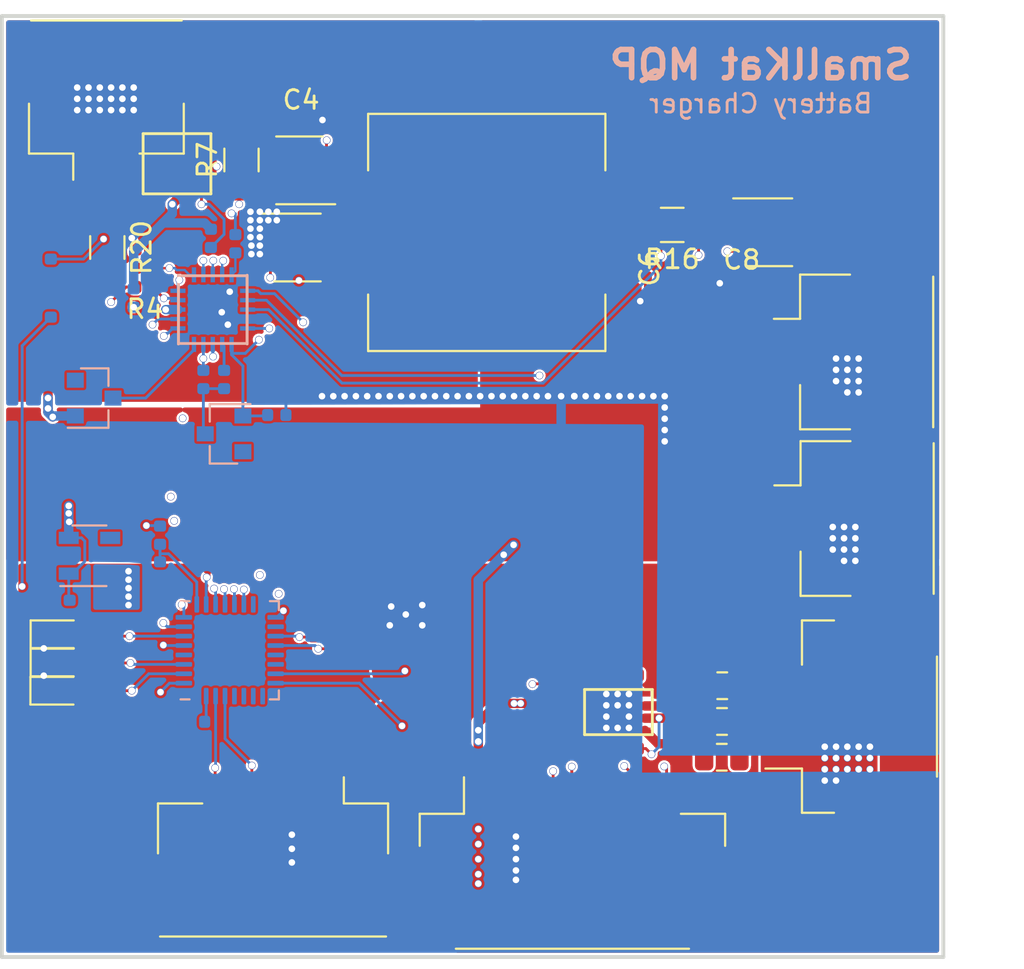
<source format=kicad_pcb>
(kicad_pcb (version 20171130) (host pcbnew 5.0.1-33cea8e~68~ubuntu16.04.1)
  (layers (0 F.Cu signal) (1 In1.Cu signal) (2 In2.Cu signal) (31 B.Cu signal) (34 B.Paste user) (35 F.Paste user) (36 B.SilkS user) (37 F.SilkS user) (38 B.Mask user) (39 F.Mask user) (44 Edge.Cuts user))
  (net 0 "")
  (net 1 PHASE)
  (net 2 GND)
  (net 3 REGN)
  (net 4 SRP)
  (net 5 SRN)
  (net 6 +BATT)
  (net 7 "Net-(D1-Pad1)")
  (net 8 "Net-(D3-Pad2)")
  (net 9 "Net-(D4-Pad2)")
  (net 10 "Net-(D5-Pad2)")
  (net 11 +3V3)
  (net 12 TX)
  (net 13 RX)
  (net 14 SCK)
  (net 15 MISO)
  (net 16 MOSI)
  (net 17 CS)
  (net 18 HIDRV)
  (net 19 LODRV)
  (net 20 BATDRV)
  (net 21 "Net-(R1-Pad1)")
  (net 22 "Net-(R4-Pad1)")
  (net 23 ACOK)
  (net 24 "Net-(R6-Pad1)")
  (net 25 SDA)
  (net 26 "Net-(R9-Pad2)")
  (net 27 SCL)
  (net 28 "Net-(R13-Pad2)")
  (net 29 LED1)
  (net 30 LED2)
  (net 31 LED3)
  (net 32 IOUT)
  (net 33 "Net-(C10-Pad1)")
  (net 34 "Net-(C9-Pad1)")
  (net 35 "Net-(C11-Pad1)")
  (net 36 "Net-(C12-Pad1)")
  (net 37 BATTVOLTAGE)
  (net 38 "Net-(R17-Pad1)")
  (net 39 ALERT)
  (net 40 SWCLK)
  (net 41 SWDIO)
  (net 42 CELL1_IN)
  (net 43 CELL2_IN)
  (net 44 ADAPTER)
  (net 45 "Net-(D1-Pad2)")
  (net 46 SOURCE)
  (net 47 GATE)
  (net 48 BTST)
  (net 49 ACDET)
  (net 50 ACN)
  (net 51 ACP)
  (net 52 OUT)
  (module CSD87312Q3E:CSD87312Q3E (layer F.Cu) (at 9.3 7.85 180)
    (fp_text reference U1 (at 0.12 -10.56 180) (layer F.SilkS) (effects (font (size 0 0))))
    (fp_text value CSD87312Q3E)
    (pad 9 smd rect (at 0 0 180) (size 1.9 2.8) (layers F.Cu F.Paste F.Mask) (net 46 SOURCE))
    (pad 1 smd rect (at 1.375 0 180) (size 0.65 2.39) (layers F.Cu F.Paste F.Mask) (net 44 ADAPTER))
    (pad 5 smd rect (at -1.375 -0.94 180) (size 0.65 0.44) (layers F.Cu F.Paste F.Mask) (net 47 GATE))
    (pad 8 smd rect (at -1.375 0.3 180) (size 0.65 1.74) (layers F.Cu F.Paste F.Mask) (net 51 ACP))
  )
  (module BQ29200:BQ29200 (layer F.Cu) (at 32.744397 36.984053 180)
    (fp_text reference U4 (at 0 6.5 180) (layer F.SilkS) (effects (font (size 0 0))))
    (fp_text value BQ29200)
    (pad 9 smd rect (at 0 0 180) (size 1.65 2.4) (layers F.Cu F.Paste F.Mask) (net 2 GND))
    (pad 1 smd rect (at -1.4 -0.975 180) (size 0.6 0.3) (layers F.Cu F.Paste F.Mask) (net 34 "Net-(C9-Pad1)"))
    (pad 2 smd rect (at -1.4 -0.325 180) (size 0.6 0.3) (layers F.Cu F.Paste F.Mask) (net 33 "Net-(C10-Pad1)"))
    (pad 3 smd rect (at -1.4 0.325 180) (size 0.6 0.3) (layers F.Cu F.Paste F.Mask) (net 38 "Net-(R17-Pad1)"))
    (pad 4 smd rect (at -1.4 0.975 180) (size 0.6 0.3) (layers F.Cu F.Paste F.Mask) (net 35 "Net-(C11-Pad1)"))
    (pad 5 smd rect (at 1.4 -0.975 180) (size 0.6 0.3) (layers F.Cu F.Paste F.Mask) (net 2 GND))
    (pad 6 smd rect (at 1.4 -0.325 180) (size 0.6 0.3) (layers F.Cu F.Paste F.Mask) (net 2 GND))
    (pad 7 smd rect (at 1.4 0.325 180) (size 0.6 0.3) (layers F.Cu F.Paste F.Mask) (net 36 "Net-(C12-Pad1)"))
    (pad 8 smd rect (at 1.4 0.975 180) (size 0.6 0.3) (layers F.Cu F.Paste F.Mask) (net 52 OUT))
  )
  (module Connector_Molex:Molex_CLIK-Mate_502443-0270_1x02-1MP_P2.00mm_Vertical (layer F.Cu) (at 5.55 4.75)
    (fp_text reference J1 (at 0 -5.6) (layer F.SilkS) (effects (font (size 0 0))))
    (fp_text value Conn_01x02_Male)
    (pad 1 smd roundrect (at -1 2.5) (size 1 2.9) (layers F.Cu F.Paste F.Mask) (net 2 GND))
    (pad 2 smd roundrect (at 1 2.5) (size 1 2.9) (layers F.Cu F.Paste F.Mask) (net 44 ADAPTER))
    (pad MP smd roundrect (at -3.35 -2.15) (size 1.8 3.6) (layers F.Cu F.Paste F.Mask) (roundrect_rratio 0.138889))
    (pad MP smd roundrect (at 3.35 -2.15) (size 1.8 3.6) (layers F.Cu F.Paste F.Mask) (roundrect_rratio 0.138889))
  )
  (module pads1x4:1x4Pads (layer F.Cu) (at 21.4 33.3 270)
    (fp_text reference J2 (at 0.254 -3.818 270) (layer F.SilkS) (effects (font (size 0 0))))
    (fp_text value Conn_01x04_Male)
    (pad 1 smd oval (at -4 0 270) (size 2 3.5) (layers F.Cu F.Paste F.Mask) (net 11 +3V3))
    (pad 2 smd oval (at -1.5 0 270) (size 2 3.5) (layers F.Cu F.Paste F.Mask) (net 2 GND))
    (pad 3 smd oval (at 1.5 0 270) (size 2 3.5) (layers F.Cu F.Paste F.Mask) (net 41 SWDIO))
    (pad 4 smd oval (at 4 0 270) (size 2 3.5) (layers F.Cu F.Paste F.Mask) (net 40 SWCLK))
  )
  (module Capacitor_SMD:C_0402_1005Metric (layer B.Cu) (at 11.1 11.815 90)
    (fp_text reference C1 (at 0 1.17 90) (layer B.SilkS) (effects (font (size 0 0)) (justify mirror)))
    (fp_text value 0.1uF)
    (pad 2 smd roundrect (at 0.485 0 90) (size 0.59 0.64) (layers B.Cu B.Paste B.Mask) (net 46 SOURCE))
    (pad 1 smd roundrect (at -0.485 0 90) (size 0.59 0.64) (layers B.Cu B.Paste B.Mask) (net 47 GATE))
  )
  (module Capacitor_SMD:C_0402_1005Metric (layer B.Cu) (at 10.7 19.315 90)
    (fp_text reference C2 (at 0 1.17 90) (layer B.SilkS) (effects (font (size 0 0)) (justify mirror)))
    (fp_text value 47nF)
    (pad 2 smd roundrect (at 0.485 0 90) (size 0.59 0.64) (layers B.Cu B.Paste B.Mask) (net 1 PHASE))
    (pad 1 smd roundrect (at -0.485 0 90) (size 0.59 0.64) (layers B.Cu B.Paste B.Mask) (net 48 BTST))
  )
  (module Capacitor_SMD:C_0402_1005Metric (layer B.Cu) (at 14.6 21.2 180)
    (fp_text reference C3 (at 0 1.17 180) (layer B.SilkS) (effects (font (size 0 0)) (justify mirror)))
    (fp_text value 1uF)
    (pad 1 smd roundrect (at -0.485 0 180) (size 0.59 0.64) (layers B.Cu B.Paste B.Mask) (net 2 GND))
    (pad 2 smd roundrect (at 0.485 0 180) (size 0.59 0.64) (layers B.Cu B.Paste B.Mask) (net 3 REGN))
  )
  (module Capacitor_SMD:C_0402_1005Metric (layer F.Cu) (at 34.2 13.385 270)
    (fp_text reference C5 (at 0 -1.17 270) (layer F.SilkS) (effects (font (size 0 0))))
    (fp_text value 10uF)
    (pad 1 smd roundrect (at -0.485 0 270) (size 0.59 0.64) (layers F.Cu F.Paste F.Mask) (net 4 SRP))
    (pad 2 smd roundrect (at 0.485 0 270) (size 0.59 0.64) (layers F.Cu F.Paste F.Mask) (net 2 GND))
  )
  (module Capacitor_SMD:C_0402_1005Metric (layer F.Cu) (at 35.685 9.3 180)
    (fp_text reference C7 (at 0 -1.17 180) (layer F.SilkS) (effects (font (size 0 0))))
    (fp_text value 0.1uF)
    (pad 2 smd roundrect (at 0.485 0 180) (size 0.59 0.64) (layers F.Cu F.Paste F.Mask) (net 4 SRP))
    (pad 1 smd roundrect (at -0.485 0 180) (size 0.59 0.64) (layers F.Cu F.Paste F.Mask) (net 5 SRN))
  )
  (module Diode_SMD:D_SOT-23_ANK (layer B.Cu) (at 4.9 20.3)
    (fp_text reference D1 (at 0 2.5) (layer B.SilkS) (effects (font (size 0 0)) (justify mirror)))
    (fp_text value D_Schottky_ALT)
    (pad 1 smd rect (at 1 0) (size 0.9 0.8) (layers B.Cu B.Paste B.Mask) (net 7 "Net-(D1-Pad1)"))
    (pad "" smd rect (at -1 -0.95) (size 0.9 0.8) (layers B.Cu B.Paste B.Mask))
    (pad 2 smd rect (at -1 0.95) (size 0.9 0.8) (layers B.Cu B.Paste B.Mask) (net 45 "Net-(D1-Pad2)"))
  )
  (module Diode_SMD:D_SOT-23_ANK (layer B.Cu) (at 11.8 22.2 180)
    (fp_text reference D2 (at 0 2.5 180) (layer B.SilkS) (effects (font (size 0 0)) (justify mirror)))
    (fp_text value D_Schottky_ALT)
    (pad 2 smd rect (at -1 0.95 180) (size 0.9 0.8) (layers B.Cu B.Paste B.Mask) (net 3 REGN))
    (pad "" smd rect (at -1 -0.95 180) (size 0.9 0.8) (layers B.Cu B.Paste B.Mask))
    (pad 1 smd rect (at 1 0 180) (size 0.9 0.8) (layers B.Cu B.Paste B.Mask) (net 48 BTST))
  )
  (module LED_SMD:LED_0603_1608Metric (layer F.Cu) (at 3.0125 34.35)
    (fp_text reference D3 (at 0 -1.43) (layer F.SilkS) (effects (font (size 0 0))))
    (fp_text value LED)
    (pad 1 smd roundrect (at -0.7875 0) (size 0.875 0.95) (layers F.Cu F.Paste F.Mask) (net 2 GND))
    (pad 2 smd roundrect (at 0.7875 0) (size 0.875 0.95) (layers F.Cu F.Paste F.Mask) (net 8 "Net-(D3-Pad2)"))
  )
  (module LED_SMD:LED_0603_1608Metric (layer F.Cu) (at 3.0125 32.85)
    (fp_text reference D4 (at 0 -1.43) (layer F.SilkS) (effects (font (size 0 0))))
    (fp_text value LED)
    (pad 2 smd roundrect (at 0.7875 0) (size 0.875 0.95) (layers F.Cu F.Paste F.Mask) (net 9 "Net-(D4-Pad2)"))
    (pad 1 smd roundrect (at -0.7875 0) (size 0.875 0.95) (layers F.Cu F.Paste F.Mask) (net 2 GND))
  )
  (module LED_SMD:LED_0603_1608Metric (layer F.Cu) (at 3 35.85)
    (fp_text reference D5 (at 0 -1.43) (layer F.SilkS) (effects (font (size 0 0))))
    (fp_text value LED)
    (pad 1 smd roundrect (at -0.7875 0) (size 0.875 0.95) (layers F.Cu F.Paste F.Mask) (net 2 GND))
    (pad 2 smd roundrect (at 0.7875 0) (size 0.875 0.95) (layers F.Cu F.Paste F.Mask) (net 10 "Net-(D5-Pad2)"))
  )
  (module Connector_Molex:Molex_CLIK-Mate_502443-0470_1x04-1MP_P2.00mm_Vertical (layer F.Cu) (at 14.4 44.4 180)
    (fp_text reference J3 (at 0 -5.6 180) (layer F.SilkS) (effects (font (size 0 0))))
    (fp_text value Conn_01x04_Male)
    (pad 1 smd roundrect (at -3 2.5 180) (size 1 2.9) (layers F.Cu F.Paste F.Mask) (net 11 +3V3))
    (pad 2 smd roundrect (at -1 2.5 180) (size 1 2.9) (layers F.Cu F.Paste F.Mask) (net 2 GND))
    (pad 3 smd roundrect (at 1 2.5 180) (size 1 2.9) (layers F.Cu F.Paste F.Mask) (net 12 TX))
    (pad 4 smd roundrect (at 3 2.5 180) (size 1 2.9) (layers F.Cu F.Paste F.Mask) (net 13 RX))
    (pad MP smd roundrect (at -5.35 -2.15 180) (size 1.8 3.6) (layers F.Cu F.Paste F.Mask) (roundrect_rratio 0.138889))
    (pad MP smd roundrect (at 5.35 -2.15 180) (size 1.8 3.6) (layers F.Cu F.Paste F.Mask) (roundrect_rratio 0.138889))
  )
  (module Connector_Molex:Molex_CLIK-Mate_502494-0670_1x06-1MP_P2.00mm_Horizontal (layer F.Cu) (at 30.3 44.3)
    (fp_text reference J5 (at 0 -5.05) (layer F.SilkS) (effects (font (size 0 0))))
    (fp_text value Conn_01x06_Male)
    (pad 1 smd roundrect (at -5 -2.5) (size 1 2.7) (layers F.Cu F.Paste F.Mask) (net 6 +BATT))
    (pad 2 smd roundrect (at -3 -2.5) (size 1 2.7) (layers F.Cu F.Paste F.Mask) (net 2 GND))
    (pad 3 smd roundrect (at -1 -2.5) (size 1 2.7) (layers F.Cu F.Paste F.Mask) (net 14 SCK))
    (pad 4 smd roundrect (at 1 -2.5) (size 1 2.7) (layers F.Cu F.Paste F.Mask) (net 15 MISO))
    (pad 5 smd roundrect (at 3 -2.5) (size 1 2.7) (layers F.Cu F.Paste F.Mask) (net 16 MOSI))
    (pad 6 smd roundrect (at 5 -2.5) (size 1 2.7) (layers F.Cu F.Paste F.Mask) (net 17 CS))
    (pad MP smd roundrect (at -7.35 1.95) (size 1.8 3.8) (layers F.Cu F.Paste F.Mask) (roundrect_rratio 0.138889))
    (pad MP smd roundrect (at 7.35 1.95) (size 1.8 3.8) (layers F.Cu F.Paste F.Mask) (roundrect_rratio 0.138889))
  )
  (module Connector_Molex:Molex_CLIK-Mate_502443-0270_1x02-1MP_P2.00mm_Vertical (layer F.Cu) (at 44.975 26.7 270)
    (fp_text reference J6 (at 0 -5.6 270) (layer F.SilkS) (effects (font (size 0 0))))
    (fp_text value Conn_01x02_Male)
    (pad 1 smd roundrect (at -1 2.5 270) (size 1 2.9) (layers F.Cu F.Paste F.Mask) (net 6 +BATT))
    (pad 2 smd roundrect (at 1 2.5 270) (size 1 2.9) (layers F.Cu F.Paste F.Mask) (net 2 GND))
    (pad MP smd roundrect (at -3.35 -2.15 270) (size 1.8 3.6) (layers F.Cu F.Paste F.Mask) (roundrect_rratio 0.138889))
    (pad MP smd roundrect (at 3.35 -2.15 270) (size 1.8 3.6) (layers F.Cu F.Paste F.Mask) (roundrect_rratio 0.138889))
  )
  (module Connector_Molex:Molex_CLIK-Mate_502443-0270_1x02-1MP_P2.00mm_Vertical (layer F.Cu) (at 44.95 17.85 270)
    (fp_text reference J7 (at 0 -5.6 270) (layer F.SilkS) (effects (font (size 0 0))))
    (fp_text value Conn_01x02_Male)
    (pad MP smd roundrect (at 3.35 -2.15 270) (size 1.8 3.6) (layers F.Cu F.Paste F.Mask) (roundrect_rratio 0.138889))
    (pad MP smd roundrect (at -3.35 -2.15 270) (size 1.8 3.6) (layers F.Cu F.Paste F.Mask) (roundrect_rratio 0.138889))
    (pad 2 smd roundrect (at 1 2.5 270) (size 1 2.9) (layers F.Cu F.Paste F.Mask) (net 2 GND))
    (pad 1 smd roundrect (at -1 2.5 270) (size 1 2.9) (layers F.Cu F.Paste F.Mask) (net 6 +BATT))
  )
  (module Inductor_SMD:L_12x12mm_H6mm (layer F.Cu) (at 25.75 11.5)
    (fp_text reference L1 (at 0 -7.1) (layer F.SilkS) (effects (font (size 0 0))))
    (fp_text value 2.2uH)
    (pad 1 smd rect (at -4.95 0) (size 2.9 5.4) (layers F.Cu F.Paste F.Mask) (net 1 PHASE))
    (pad 2 smd rect (at 4.95 0) (size 2.9 5.4) (layers F.Cu F.Paste F.Mask) (net 4 SRP))
  )
  (module Package_SON:VSON-8_3.3x3.3mm_P0.65mm_NexFET (layer F.Cu) (at 15.8 8.2 180)
    (fp_text reference Q1 (at 0 -2.8 180) (layer F.SilkS) (effects (font (size 0 0))))
    (fp_text value BUK7M33-60EX)
    (pad 5 smd rect (at -0.09 -0.61 180) (size 0.95 1.23) (layers F.Cu F.Paste F.Mask) (net 50 ACN))
    (pad 5 smd rect (at -0.09 0.61 180) (size 0.95 1.23) (layers F.Cu F.Paste F.Mask) (net 50 ACN))
    (pad 5 smd rect (at 0.86 -0.61 180) (size 0.95 1.23) (layers F.Cu F.Paste F.Mask) (net 50 ACN))
    (pad 5 smd rect (at 0.86 0.61 180) (size 0.95 1.23) (layers F.Cu F.Paste F.Mask) (net 50 ACN))
    (pad 5 smd rect (at 1.44 -0.97 180) (size 0.63 0.5) (layers F.Cu F.Paste F.Mask) (net 50 ACN))
    (pad 5 smd rect (at 1.44 -0.33 180) (size 0.63 0.5) (layers F.Cu F.Paste F.Mask) (net 50 ACN))
    (pad 5 smd rect (at 1.44 0.33 180) (size 0.63 0.5) (layers F.Cu F.Paste F.Mask) (net 50 ACN))
    (pad 5 smd rect (at 1.44 0.97 180) (size 0.63 0.5) (layers F.Cu F.Paste F.Mask) (net 50 ACN))
    (pad 4 smd rect (at -1.44 0.97 180) (size 0.63 0.5) (layers F.Cu F.Paste F.Mask) (net 18 HIDRV))
    (pad 3 smd rect (at -1.44 0.33 180) (size 0.63 0.5) (layers F.Cu F.Paste F.Mask) (net 1 PHASE))
    (pad 2 smd rect (at -1.44 -0.33 180) (size 0.63 0.5) (layers F.Cu F.Paste F.Mask) (net 1 PHASE))
    (pad 1 smd rect (at -1.44 -0.97 180) (size 0.63 0.5) (layers F.Cu F.Paste F.Mask) (net 1 PHASE))
  )
  (module Package_SON:VSON-8_3.3x3.3mm_P0.65mm_NexFET (layer F.Cu) (at 15.7 12.3)
    (fp_text reference Q2 (at 0 -2.8) (layer F.SilkS) (effects (font (size 0 0))))
    (fp_text value BUK7M33-60EX)
    (pad 1 smd rect (at -1.44 -0.97) (size 0.63 0.5) (layers F.Cu F.Paste F.Mask) (net 2 GND))
    (pad 2 smd rect (at -1.44 -0.33) (size 0.63 0.5) (layers F.Cu F.Paste F.Mask) (net 2 GND))
    (pad 3 smd rect (at -1.44 0.33) (size 0.63 0.5) (layers F.Cu F.Paste F.Mask) (net 2 GND))
    (pad 4 smd rect (at -1.44 0.97) (size 0.63 0.5) (layers F.Cu F.Paste F.Mask) (net 19 LODRV))
    (pad 5 smd rect (at 1.44 0.97) (size 0.63 0.5) (layers F.Cu F.Paste F.Mask) (net 1 PHASE))
    (pad 5 smd rect (at 1.44 0.33) (size 0.63 0.5) (layers F.Cu F.Paste F.Mask) (net 1 PHASE))
    (pad 5 smd rect (at 1.44 -0.33) (size 0.63 0.5) (layers F.Cu F.Paste F.Mask) (net 1 PHASE))
    (pad 5 smd rect (at 1.44 -0.97) (size 0.63 0.5) (layers F.Cu F.Paste F.Mask) (net 1 PHASE))
    (pad 5 smd rect (at 0.86 0.61) (size 0.95 1.23) (layers F.Cu F.Paste F.Mask) (net 1 PHASE))
    (pad 5 smd rect (at 0.86 -0.61) (size 0.95 1.23) (layers F.Cu F.Paste F.Mask) (net 1 PHASE))
    (pad 5 smd rect (at -0.09 0.61) (size 0.95 1.23) (layers F.Cu F.Paste F.Mask) (net 1 PHASE))
    (pad 5 smd rect (at -0.09 -0.61) (size 0.95 1.23) (layers F.Cu F.Paste F.Mask) (net 1 PHASE))
  )
  (module Package_SON:VSON-8_3.3x3.3mm_P0.65mm_NexFET (layer F.Cu) (at 40.74 11.49)
    (fp_text reference Q4 (at 0 -2.8) (layer F.SilkS) (effects (font (size 0 0))))
    (fp_text value DMP3013SFV)
    (pad 5 smd rect (at -0.09 -0.61) (size 0.95 1.23) (layers F.Cu F.Paste F.Mask) (net 6 +BATT))
    (pad 5 smd rect (at -0.09 0.61) (size 0.95 1.23) (layers F.Cu F.Paste F.Mask) (net 6 +BATT))
    (pad 5 smd rect (at 0.86 -0.61) (size 0.95 1.23) (layers F.Cu F.Paste F.Mask) (net 6 +BATT))
    (pad 5 smd rect (at 0.86 0.61) (size 0.95 1.23) (layers F.Cu F.Paste F.Mask) (net 6 +BATT))
    (pad 5 smd rect (at 1.44 -0.97) (size 0.63 0.5) (layers F.Cu F.Paste F.Mask) (net 6 +BATT))
    (pad 5 smd rect (at 1.44 -0.33) (size 0.63 0.5) (layers F.Cu F.Paste F.Mask) (net 6 +BATT))
    (pad 5 smd rect (at 1.44 0.33) (size 0.63 0.5) (layers F.Cu F.Paste F.Mask) (net 6 +BATT))
    (pad 5 smd rect (at 1.44 0.97) (size 0.63 0.5) (layers F.Cu F.Paste F.Mask) (net 6 +BATT))
    (pad 4 smd rect (at -1.44 0.97) (size 0.63 0.5) (layers F.Cu F.Paste F.Mask) (net 20 BATDRV))
    (pad 3 smd rect (at -1.44 0.33) (size 0.63 0.5) (layers F.Cu F.Paste F.Mask) (net 5 SRN))
    (pad 2 smd rect (at -1.44 -0.33) (size 0.63 0.5) (layers F.Cu F.Paste F.Mask) (net 5 SRN))
    (pad 1 smd rect (at -1.44 -0.97) (size 0.63 0.5) (layers F.Cu F.Paste F.Mask) (net 5 SRN))
  )
  (module Resistor_SMD:R_0402_1005Metric (layer B.Cu) (at 10.285 37.5 180)
    (fp_text reference R1 (at 0 1.17 180) (layer B.SilkS) (effects (font (size 0 0)) (justify mirror)))
    (fp_text value 10k)
    (pad 2 smd roundrect (at 0.485 0 180) (size 0.59 0.64) (layers B.Cu B.Paste B.Mask) (net 2 GND))
    (pad 1 smd roundrect (at -0.485 0 180) (size 0.59 0.64) (layers B.Cu B.Paste B.Mask) (net 21 "Net-(R1-Pad1)"))
  )
  (module Resistor_SMD:R_0402_1005Metric (layer F.Cu) (at 8.2 12.915 270)
    (fp_text reference R2 (at 0 -1.17 270) (layer F.SilkS) (effects (font (size 0 0))))
    (fp_text value 430k)
    (pad 1 smd roundrect (at -0.485 0 270) (size 0.59 0.64) (layers F.Cu F.Paste F.Mask) (net 44 ADAPTER))
    (pad 2 smd roundrect (at 0.485 0 270) (size 0.59 0.64) (layers F.Cu F.Paste F.Mask) (net 49 ACDET))
  )
  (module Resistor_SMD:R_0402_1005Metric (layer F.Cu) (at 7.1 12.915 90)
    (fp_text reference R3 (at 0 -1.17 90) (layer F.SilkS) (effects (font (size 0 0))))
    (fp_text value 66.5k)
    (pad 1 smd roundrect (at -0.485 0 90) (size 0.59 0.64) (layers F.Cu F.Paste F.Mask) (net 49 ACDET))
    (pad 2 smd roundrect (at 0.485 0 90) (size 0.59 0.64) (layers F.Cu F.Paste F.Mask) (net 2 GND))
  )
  (module Resistor_SMD:R_0402_1005Metric (layer F.Cu) (at 10.515 29.3)
    (fp_text reference R5 (at 0 -1.17) (layer F.SilkS) (effects (font (size 0 0))))
    (fp_text value 10k)
    (pad 1 smd roundrect (at -0.485 0) (size 0.59 0.64) (layers F.Cu F.Paste F.Mask) (net 11 +3V3))
    (pad 2 smd roundrect (at 0.485 0) (size 0.59 0.64) (layers F.Cu F.Paste F.Mask) (net 23 ACOK))
  )
  (module Resistor_SMD:R_0402_1005Metric (layer B.Cu) (at 7 14.985 90)
    (fp_text reference R6 (at 0 1.17 90) (layer B.SilkS) (effects (font (size 0 0)) (justify mirror)))
    (fp_text value 4k)
    (pad 2 smd roundrect (at 0.485 0 90) (size 0.59 0.64) (layers B.Cu B.Paste B.Mask) (net 46 SOURCE))
    (pad 1 smd roundrect (at -0.485 0 90) (size 0.59 0.64) (layers B.Cu B.Paste B.Mask) (net 24 "Net-(R6-Pad1)"))
  )
  (module Resistor_SMD:R_0402_1005Metric (layer F.Cu) (at 17.6 32.915 90)
    (fp_text reference R8 (at 0 -1.17 90) (layer F.SilkS) (effects (font (size 0 0))))
    (fp_text value 10k)
    (pad 2 smd roundrect (at 0.485 0 90) (size 0.59 0.64) (layers F.Cu F.Paste F.Mask) (net 11 +3V3))
    (pad 1 smd roundrect (at -0.485 0 90) (size 0.59 0.64) (layers F.Cu F.Paste F.Mask) (net 25 SDA))
  )
  (module Resistor_SMD:R_0402_1005Metric (layer B.Cu) (at 11.8 19.315 90)
    (fp_text reference R9 (at 0 1.17 90) (layer B.SilkS) (effects (font (size 0 0)) (justify mirror)))
    (fp_text value 15)
    (pad 1 smd roundrect (at -0.485 0 90) (size 0.59 0.64) (layers B.Cu B.Paste B.Mask) (net 48 BTST))
    (pad 2 smd roundrect (at 0.485 0 90) (size 0.59 0.64) (layers B.Cu B.Paste B.Mask) (net 26 "Net-(R9-Pad2)"))
  )
  (module Resistor_SMD:R_0402_1005Metric (layer F.Cu) (at 16.6 32.5 270)
    (fp_text reference R10 (at 0 -1.17 270) (layer F.SilkS) (effects (font (size 0 0))))
    (fp_text value 10k)
    (pad 2 smd roundrect (at 0.485 0 270) (size 0.59 0.64) (layers F.Cu F.Paste F.Mask) (net 27 SCL))
    (pad 1 smd roundrect (at -0.485 0 270) (size 0.59 0.64) (layers F.Cu F.Paste F.Mask) (net 11 +3V3))
  )
  (module Resistor_SMD:R_0402_1005Metric (layer B.Cu) (at 12.4 12.1 270)
    (fp_text reference R13 (at 0 1.17 270) (layer B.SilkS) (effects (font (size 0 0)) (justify mirror)))
    (fp_text value 100k)
    (pad 1 smd roundrect (at -0.485 0 270) (size 0.59 0.64) (layers B.Cu B.Paste B.Mask) (net 3 REGN))
    (pad 2 smd roundrect (at 0.485 0 270) (size 0.59 0.64) (layers B.Cu B.Paste B.Mask) (net 28 "Net-(R13-Pad2)"))
  )
  (module Resistor_SMD:R_0402_1005Metric (layer B.Cu) (at 8.4 27.585 270)
    (fp_text reference R14 (at 0 1.17 270) (layer B.SilkS) (effects (font (size 0 0)) (justify mirror)))
    (fp_text value 10k)
    (pad 2 smd roundrect (at 0.485 0 270) (size 0.59 0.64) (layers B.Cu B.Paste B.Mask) (net 37 BATTVOLTAGE))
    (pad 1 smd roundrect (at -0.485 0 270) (size 0.59 0.64) (layers B.Cu B.Paste B.Mask) (net 6 +BATT))
  )
  (module Resistor_SMD:R_0402_1005Metric (layer B.Cu) (at 8.4 29.485 270)
    (fp_text reference R15 (at 0 1.17 270) (layer B.SilkS) (effects (font (size 0 0)) (justify mirror)))
    (fp_text value 6.5k)
    (pad 1 smd roundrect (at -0.485 0 270) (size 0.59 0.64) (layers B.Cu B.Paste B.Mask) (net 37 BATTVOLTAGE))
    (pad 2 smd roundrect (at 0.485 0 270) (size 0.59 0.64) (layers B.Cu B.Paste B.Mask) (net 2 GND))
  )
  (module Resistor_SMD:R_0402_1005Metric (layer F.Cu) (at 5.45 34.35)
    (fp_text reference R25 (at 0 -1.17) (layer F.SilkS) (effects (font (size 0 0))))
    (fp_text value 330)
    (pad 2 smd roundrect (at 0.485 0) (size 0.59 0.64) (layers F.Cu F.Paste F.Mask) (net 29 LED1))
    (pad 1 smd roundrect (at -0.485 0) (size 0.59 0.64) (layers F.Cu F.Paste F.Mask) (net 8 "Net-(D3-Pad2)"))
  )
  (module Resistor_SMD:R_0402_1005Metric (layer F.Cu) (at 5.45 32.85)
    (fp_text reference R26 (at 0 -1.17) (layer F.SilkS) (effects (font (size 0 0))))
    (fp_text value 330)
    (pad 2 smd roundrect (at 0.485 0) (size 0.59 0.64) (layers F.Cu F.Paste F.Mask) (net 30 LED2))
    (pad 1 smd roundrect (at -0.485 0) (size 0.59 0.64) (layers F.Cu F.Paste F.Mask) (net 9 "Net-(D4-Pad2)"))
  )
  (module Resistor_SMD:R_0402_1005Metric (layer F.Cu) (at 5.415 35.85)
    (fp_text reference R27 (at 0 -1.17) (layer F.SilkS) (effects (font (size 0 0))))
    (fp_text value 330)
    (pad 1 smd roundrect (at -0.485 0) (size 0.59 0.64) (layers F.Cu F.Paste F.Mask) (net 10 "Net-(D5-Pad2)"))
    (pad 2 smd roundrect (at 0.485 0) (size 0.59 0.64) (layers F.Cu F.Paste F.Mask) (net 31 LED3))
  )
  (module Package_DFN_QFN:QFN-32-1EP_5x5mm_P0.5mm_EP3.45x3.45mm (layer B.Cu) (at 12.1 33.7)
    (fp_text reference U2 (at 0 3.82) (layer B.SilkS) (effects (font (size 0 0)) (justify mirror)))
    (fp_text value STM32L432KBUx)
    (pad 33 smd roundrect (at 0 0) (size 3.45 3.45) (layers B.Cu B.Mask) (roundrect_rratio 0.072464) (net 2 GND))
    (pad 1 smd roundrect (at -2.4375 1.75) (size 0.875 0.25) (layers B.Cu B.Paste B.Mask) (net 11 +3V3))
    (pad 2 smd roundrect (at -2.4375 1.25) (size 0.875 0.25) (layers B.Cu B.Paste B.Mask) (net 31 LED3))
    (pad 3 smd roundrect (at -2.4375 0.75) (size 0.875 0.25) (layers B.Cu B.Paste B.Mask) (net 29 LED1))
    (pad 4 smd roundrect (at -2.4375 0.25) (size 0.875 0.25) (layers B.Cu B.Paste B.Mask))
    (pad 5 smd roundrect (at -2.4375 -0.25) (size 0.875 0.25) (layers B.Cu B.Paste B.Mask) (net 11 +3V3))
    (pad 6 smd roundrect (at -2.4375 -0.75) (size 0.875 0.25) (layers B.Cu B.Paste B.Mask) (net 30 LED2))
    (pad 7 smd roundrect (at -2.4375 -1.25) (size 0.875 0.25) (layers B.Cu B.Paste B.Mask) (net 32 IOUT))
    (pad 8 smd roundrect (at -2.4375 -1.75) (size 0.875 0.25) (layers B.Cu B.Paste B.Mask) (net 39 ALERT))
    (pad 9 smd roundrect (at -1.75 -2.4375) (size 0.25 0.875) (layers B.Cu B.Paste B.Mask) (net 37 BATTVOLTAGE))
    (pad 10 smd roundrect (at -1.25 -2.4375) (size 0.25 0.875) (layers B.Cu B.Paste B.Mask) (net 23 ACOK))
    (pad 11 smd roundrect (at -0.75 -2.4375) (size 0.25 0.875) (layers B.Cu B.Paste B.Mask) (net 14 SCK))
    (pad 12 smd roundrect (at -0.25 -2.4375) (size 0.25 0.875) (layers B.Cu B.Paste B.Mask) (net 15 MISO))
    (pad 13 smd roundrect (at 0.25 -2.4375) (size 0.25 0.875) (layers B.Cu B.Paste B.Mask) (net 16 MOSI))
    (pad 14 smd roundrect (at 0.75 -2.4375) (size 0.25 0.875) (layers B.Cu B.Paste B.Mask) (net 17 CS))
    (pad 15 smd roundrect (at 1.25 -2.4375) (size 0.25 0.875) (layers B.Cu B.Paste B.Mask))
    (pad 16 smd roundrect (at 1.75 -2.4375) (size 0.25 0.875) (layers B.Cu B.Paste B.Mask) (net 2 GND))
    (pad 17 smd roundrect (at 2.4375 -1.75) (size 0.875 0.25) (layers B.Cu B.Paste B.Mask) (net 11 +3V3))
    (pad 18 smd roundrect (at 2.4375 -1.25) (size 0.875 0.25) (layers B.Cu B.Paste B.Mask))
    (pad 19 smd roundrect (at 2.4375 -0.75) (size 0.875 0.25) (layers B.Cu B.Paste B.Mask) (net 27 SCL))
    (pad 20 smd roundrect (at 2.4375 -0.25) (size 0.875 0.25) (layers B.Cu B.Paste B.Mask) (net 25 SDA))
    (pad 21 smd roundrect (at 2.4375 0.25) (size 0.875 0.25) (layers B.Cu B.Paste B.Mask))
    (pad 22 smd roundrect (at 2.4375 0.75) (size 0.875 0.25) (layers B.Cu B.Paste B.Mask))
    (pad 23 smd roundrect (at 2.4375 1.25) (size 0.875 0.25) (layers B.Cu B.Paste B.Mask) (net 41 SWDIO))
    (pad 24 smd roundrect (at 2.4375 1.75) (size 0.875 0.25) (layers B.Cu B.Paste B.Mask) (net 40 SWCLK))
    (pad 25 smd roundrect (at 1.75 2.4375) (size 0.25 0.875) (layers B.Cu B.Paste B.Mask))
    (pad 26 smd roundrect (at 1.25 2.4375) (size 0.25 0.875) (layers B.Cu B.Paste B.Mask))
    (pad 27 smd roundrect (at 0.75 2.4375) (size 0.25 0.875) (layers B.Cu B.Paste B.Mask))
    (pad 28 smd roundrect (at 0.25 2.4375) (size 0.25 0.875) (layers B.Cu B.Paste B.Mask))
    (pad 29 smd roundrect (at -0.25 2.4375) (size 0.25 0.875) (layers B.Cu B.Paste B.Mask) (net 12 TX))
    (pad 30 smd roundrect (at -0.75 2.4375) (size 0.25 0.875) (layers B.Cu B.Paste B.Mask) (net 13 RX))
    (pad 31 smd roundrect (at -1.25 2.4375) (size 0.25 0.875) (layers B.Cu B.Paste B.Mask) (net 21 "Net-(R1-Pad1)"))
    (pad 32 smd roundrect (at -1.75 2.4375) (size 0.25 0.875) (layers B.Cu B.Paste B.Mask) (net 2 GND))
  )
  (module BQ24715:BQ24715 (layer B.Cu) (at 11.2 15.6 270)
    (fp_text reference U3 (at 0 6.4 270) (layer B.SilkS) (effects (font (size 0 0)) (justify mirror)))
    (fp_text value BQ24715)
    (pad 21 smd rect (at 0 0 270) (size 2.05 2.05) (layers B.Cu B.Paste B.Mask) (net 2 GND))
    (pad 1 smd rect (at 1 1.85 270) (size 0.23 0.8) (layers B.Cu B.Paste B.Mask) (net 50 ACN))
    (pad 2 smd rect (at 0.5 1.85 270) (size 0.23 0.8) (layers B.Cu B.Paste B.Mask) (net 51 ACP))
    (pad 3 smd rect (at 0 1.85 270) (size 0.23 0.8) (layers B.Cu B.Paste B.Mask) (net 24 "Net-(R6-Pad1)"))
    (pad 4 smd rect (at -0.5 1.85 270) (size 0.23 0.8) (layers B.Cu B.Paste B.Mask) (net 22 "Net-(R4-Pad1)"))
    (pad 5 smd rect (at -1 1.85 270) (size 0.23 0.8) (layers B.Cu B.Paste B.Mask) (net 23 ACOK))
    (pad 6 smd rect (at -1.85 1 180) (size 0.23 0.8) (layers B.Cu B.Paste B.Mask) (net 49 ACDET))
    (pad 7 smd rect (at -1.85 0.5 180) (size 0.23 0.8) (layers B.Cu B.Paste B.Mask) (net 32 IOUT))
    (pad 8 smd rect (at -1.85 0 180) (size 0.23 0.8) (layers B.Cu B.Paste B.Mask) (net 25 SDA))
    (pad 9 smd rect (at -1.85 -0.5 180) (size 0.23 0.8) (layers B.Cu B.Paste B.Mask) (net 27 SCL))
    (pad 10 smd rect (at -1.85 -1 180) (size 0.23 0.8) (layers B.Cu B.Paste B.Mask) (net 28 "Net-(R13-Pad2)"))
    (pad 11 smd rect (at -1 -1.85 270) (size 0.23 0.8) (layers B.Cu B.Paste B.Mask) (net 20 BATDRV))
    (pad 12 smd rect (at -0.5 -1.85 270) (size 0.23 0.8) (layers B.Cu B.Paste B.Mask) (net 5 SRN))
    (pad 13 smd rect (at 0 -1.85 270) (size 0.23 0.8) (layers B.Cu B.Paste B.Mask) (net 4 SRP))
    (pad 14 smd rect (at 0.5 -1.85 270) (size 0.23 0.8) (layers B.Cu B.Paste B.Mask) (net 2 GND))
    (pad 15 smd rect (at 1 -1.85 270) (size 0.23 0.8) (layers B.Cu B.Paste B.Mask) (net 19 LODRV))
    (pad 16 smd rect (at 1.85 -1 180) (size 0.23 0.8) (layers B.Cu B.Paste B.Mask) (net 3 REGN))
    (pad 17 smd rect (at 1.85 -0.5 180) (size 0.23 0.8) (layers B.Cu B.Paste B.Mask) (net 26 "Net-(R9-Pad2)"))
    (pad 18 smd rect (at 1.85 0 180) (size 0.23 0.8) (layers B.Cu B.Paste B.Mask) (net 18 HIDRV))
    (pad 19 smd rect (at 1.85 0.5 180) (size 0.23 0.8) (layers B.Cu B.Paste B.Mask) (net 1 PHASE))
    (pad 20 smd rect (at 1.85 1 180) (size 0.23 0.8) (layers B.Cu B.Paste B.Mask) (net 7 "Net-(D1-Pad1)"))
  )
  (module Capacitor_SMD:C_0402_1005Metric (layer F.Cu) (at 35.794397 38.184053 90)
    (fp_text reference C9 (at 0 -1.17 90) (layer F.SilkS) (effects (font (size 0 0))))
    (fp_text value 0.1uF)
    (pad 2 smd roundrect (at 0.485 0 90) (size 0.59 0.64) (layers F.Cu F.Paste F.Mask) (net 33 "Net-(C10-Pad1)"))
    (pad 1 smd roundrect (at -0.485 0 90) (size 0.59 0.64) (layers F.Cu F.Paste F.Mask) (net 34 "Net-(C9-Pad1)"))
  )
  (module Capacitor_SMD:C_0402_1005Metric (layer F.Cu) (at 33.315 38.925 180)
    (fp_text reference C10 (at 0 -1.17 180) (layer F.SilkS) (effects (font (size 0 0))))
    (fp_text value 0.1uF)
    (pad 1 smd roundrect (at -0.485 0 180) (size 0.59 0.64) (layers F.Cu F.Paste F.Mask) (net 33 "Net-(C10-Pad1)"))
    (pad 2 smd roundrect (at 0.485 0 180) (size 0.59 0.64) (layers F.Cu F.Paste F.Mask) (net 2 GND))
  )
  (module Capacitor_SMD:C_0402_1005Metric (layer F.Cu) (at 33.315 35.025 180)
    (fp_text reference C11 (at 0 -1.17 180) (layer F.SilkS) (effects (font (size 0 0))))
    (fp_text value 0.33uF)
    (pad 1 smd roundrect (at -0.485 0 180) (size 0.59 0.64) (layers F.Cu F.Paste F.Mask) (net 35 "Net-(C11-Pad1)"))
    (pad 2 smd roundrect (at 0.485 0 180) (size 0.59 0.64) (layers F.Cu F.Paste F.Mask) (net 2 GND))
  )
  (module Capacitor_SMD:C_0402_1005Metric (layer F.Cu) (at 29.994397 36.899053 270)
    (fp_text reference C12 (at 0 -1.17 270) (layer F.SilkS) (effects (font (size 0 0))))
    (fp_text value 0.1uF)
    (pad 2 smd roundrect (at 0.485 0 270) (size 0.59 0.64) (layers F.Cu F.Paste F.Mask) (net 2 GND))
    (pad 1 smd roundrect (at -0.485 0 270) (size 0.59 0.64) (layers F.Cu F.Paste F.Mask) (net 36 "Net-(C12-Pad1)"))
  )
  (module Resistor_SMD:R_0805_2012Metric (layer F.Cu) (at 38.231897 39.384053)
    (fp_text reference R11 (at 0 -1.65) (layer F.SilkS) (effects (font (size 0 0))))
    (fp_text value 160)
    (pad 2 smd roundrect (at 0.9375 0) (size 0.975 1.4) (layers F.Cu F.Paste F.Mask) (net 43 CELL2_IN))
    (pad 1 smd roundrect (at -0.9375 0) (size 0.975 1.4) (layers F.Cu F.Paste F.Mask) (net 34 "Net-(C9-Pad1)"))
  )
  (module Resistor_SMD:R_0805_2012Metric (layer F.Cu) (at 38.244397 37.484053)
    (fp_text reference R12 (at 0 -1.65) (layer F.SilkS) (effects (font (size 0 0))))
    (fp_text value 260)
    (pad 1 smd roundrect (at -0.9375 0) (size 0.975 1.4) (layers F.Cu F.Paste F.Mask) (net 33 "Net-(C10-Pad1)"))
    (pad 2 smd roundrect (at 0.9375 0) (size 0.975 1.4) (layers F.Cu F.Paste F.Mask) (net 42 CELL1_IN))
  )
  (module Resistor_SMD:R_0805_2012Metric (layer F.Cu) (at 38.256897 35.584053)
    (fp_text reference R17 (at 0 -1.65) (layer F.SilkS) (effects (font (size 0 0))))
    (fp_text value 100)
    (pad 1 smd roundrect (at -0.9375 0) (size 0.975 1.4) (layers F.Cu F.Paste F.Mask) (net 38 "Net-(R17-Pad1)"))
    (pad 2 smd roundrect (at 0.9375 0) (size 0.975 1.4) (layers F.Cu F.Paste F.Mask) (net 42 CELL1_IN))
  )
  (module Resistor_SMD:R_0402_1005Metric (layer F.Cu) (at 28.485 36.525)
    (fp_text reference R18 (at 0 -1.17) (layer F.SilkS) (effects (font (size 0 0))))
    (fp_text value 100)
    (pad 1 smd roundrect (at -0.485 0) (size 0.59 0.64) (layers F.Cu F.Paste F.Mask) (net 6 +BATT))
    (pad 2 smd roundrect (at 0.485 0) (size 0.59 0.64) (layers F.Cu F.Paste F.Mask) (net 36 "Net-(C12-Pad1)"))
  )
  (module Resistor_SMD:R_0402_1005Metric (layer F.Cu) (at 29.494397 35.484053)
    (fp_text reference R19 (at 0 -1.17) (layer F.SilkS) (effects (font (size 0 0))))
    (fp_text value 10k)
    (pad 2 smd roundrect (at 0.485 0) (size 0.59 0.64) (layers F.Cu F.Paste F.Mask) (net 52 OUT))
    (pad 1 smd roundrect (at -0.485 0) (size 0.59 0.64) (layers F.Cu F.Paste F.Mask) (net 39 ALERT))
  )
  (module Connector_Molex:Molex_CLIK-Mate_502494-0370_1x03-1MP_P2.00mm_Horizontal (layer F.Cu) (at 44.4 37.225 90)
    (fp_text reference J4 (at 0 -5.05 90) (layer F.SilkS) (effects (font (size 0 0))))
    (fp_text value Conn_01x03_Male)
    (pad 1 smd roundrect (at -2 -2.5 90) (size 1 2.7) (layers F.Cu F.Paste F.Mask) (net 2 GND))
    (pad 2 smd roundrect (at 0 -2.5 90) (size 1 2.7) (layers F.Cu F.Paste F.Mask) (net 42 CELL1_IN))
    (pad 3 smd roundrect (at 2 -2.5 90) (size 1 2.7) (layers F.Cu F.Paste F.Mask) (net 43 CELL2_IN))
    (pad MP smd roundrect (at -4.35 1.95 90) (size 1.8 3.8) (layers F.Cu F.Paste F.Mask) (roundrect_rratio 0.138889))
    (pad MP smd roundrect (at 4.35 1.95 90) (size 1.8 3.8) (layers F.Cu F.Paste F.Mask) (roundrect_rratio 0.138889))
  )
  (module Capacitor_SMD:C_0402_1005Metric (layer B.Cu) (at 2.6 13.4 90)
    (fp_text reference C13 (at 0 1.17 90) (layer B.SilkS) (effects (font (size 0 0)) (justify mirror)))
    (fp_text value C)
    (pad 1 smd roundrect (at -0.485 0 90) (size 0.59 0.64) (layers B.Cu B.Paste B.Mask) (net 2 GND))
    (pad 2 smd roundrect (at 0.485 0 90) (size 0.59 0.64) (layers B.Cu B.Paste B.Mask) (net 44 ADAPTER))
  )
  (module Capacitor_SMD:C_0402_1005Metric (layer B.Cu) (at 6.000519 31.578715 90)
    (fp_text reference C14 (at 0 1.17 90) (layer B.SilkS) (effects (font (size 0 0)) (justify mirror)))
    (fp_text value C)
    (pad 2 smd roundrect (at 0.485 0 90) (size 0.59 0.64) (layers B.Cu B.Paste B.Mask) (net 11 +3V3))
    (pad 1 smd roundrect (at -0.485 0 90) (size 0.59 0.64) (layers B.Cu B.Paste B.Mask) (net 2 GND))
  )
  (module Capacitor_SMD:C_0402_1005Metric (layer B.Cu) (at 3.600519 31.528715 90)
    (fp_text reference C15 (at 0 1.17 90) (layer B.SilkS) (effects (font (size 0 0)) (justify mirror)))
    (fp_text value 1uF)
    (pad 2 smd roundrect (at 0.485 0 90) (size 0.59 0.64) (layers B.Cu B.Paste B.Mask) (net 6 +BATT))
    (pad 1 smd roundrect (at -0.485 0 90) (size 0.59 0.64) (layers B.Cu B.Paste B.Mask) (net 2 GND))
  )
  (module Capacitor_SMD:C_0402_1005Metric (layer B.Cu) (at 2.6 15.515 270)
    (fp_text reference C16 (at 0 1.17 270) (layer B.SilkS) (effects (font (size 0 0)) (justify mirror)))
    (fp_text value 1uF)
    (pad 1 smd roundrect (at -0.485 0 270) (size 0.59 0.64) (layers B.Cu B.Paste B.Mask) (net 2 GND))
    (pad 2 smd roundrect (at 0.485 0 270) (size 0.59 0.64) (layers B.Cu B.Paste B.Mask) (net 11 +3V3))
  )
  (module Package_TO_SOT_SMD:SOT-23-5 (layer B.Cu) (at 4.650519 28.678715)
    (fp_text reference U6 (at 0 2.9) (layer B.SilkS) (effects (font (size 0 0)) (justify mirror)))
    (fp_text value MIC5504-3.3YM5)
    (pad 1 smd rect (at -1.1 0.95) (size 1.06 0.65) (layers B.Cu B.Paste B.Mask) (net 6 +BATT))
    (pad 2 smd rect (at -1.1 0) (size 1.06 0.65) (layers B.Cu B.Paste B.Mask) (net 2 GND))
    (pad 3 smd rect (at -1.1 -0.95) (size 1.06 0.65) (layers B.Cu B.Paste B.Mask) (net 6 +BATT))
    (pad 4 smd rect (at 1.1 -0.95) (size 1.06 0.65) (layers B.Cu B.Paste B.Mask))
    (pad 5 smd rect (at 1.1 0.95) (size 1.06 0.65) (layers B.Cu B.Paste B.Mask) (net 11 +3V3))
  )
  (module Resistor_SMD:R_1206_3216Metric (layer F.Cu) (at 12.725 7.65 90)
    (fp_text reference R7 (at 0 -1.82 90) (layer F.SilkS))
    (fp_text value 10m)
    (pad 1 smd roundrect (at -1.4 0 90) (size 1.25 1.75) (layers F.Cu F.Paste F.Mask) (roundrect_rratio 0.2) (net 50 ACN))
    (pad 2 smd roundrect (at 1.4 0 90) (size 1.25 1.75) (layers F.Cu F.Paste F.Mask) (roundrect_rratio 0.2) (net 51 ACP))
  )
  (module Resistor_SMD:R_1206_3216Metric (layer F.Cu) (at 35.6 11.1 180)
    (fp_text reference R16 (at 0 -1.82 180) (layer F.SilkS))
    (fp_text value 10m)
    (pad 2 smd roundrect (at 1.4 0 180) (size 1.25 1.75) (layers F.Cu F.Paste F.Mask) (roundrect_rratio 0.2) (net 4 SRP))
    (pad 1 smd roundrect (at -1.4 0 180) (size 1.25 1.75) (layers F.Cu F.Paste F.Mask) (roundrect_rratio 0.2) (net 5 SRN))
  )
  (module Resistor_SMD:R_1206_3216Metric (layer F.Cu) (at 5.6 12.3 270)
    (fp_text reference R20 (at 0 -1.82 270) (layer F.SilkS))
    (fp_text value 10)
    (pad 1 smd roundrect (at -1.4 0 270) (size 1.25 1.75) (layers F.Cu F.Paste F.Mask) (roundrect_rratio 0.2) (net 44 ADAPTER))
    (pad 2 smd roundrect (at 1.4 0 270) (size 1.25 1.75) (layers F.Cu F.Paste F.Mask) (roundrect_rratio 0.2) (net 45 "Net-(D1-Pad2)"))
  )
  (module Capacitor_SMD:C_0402_1005Metric (layer F.Cu) (at 15.89 5.625)
    (fp_text reference C4 (at 0 -1.17) (layer F.SilkS))
    (fp_text value 10uF)
    (pad 2 smd roundrect (at 0.485 0) (size 0.59 0.64) (layers F.Cu F.Paste F.Mask) (net 2 GND))
    (pad 1 smd roundrect (at -0.485 0) (size 0.59 0.64) (layers F.Cu F.Paste F.Mask) (net 50 ACN))
  )
  (module Capacitor_SMD:C_0402_1005Metric (layer F.Cu) (at 33.225 13.39 270)
    (fp_text reference C6 (at 0 -1.17 270) (layer F.SilkS))
    (fp_text value 200uF)
    (pad 1 smd roundrect (at -0.485 0 270) (size 0.59 0.64) (layers F.Cu F.Paste F.Mask) (net 2 GND))
    (pad 2 smd roundrect (at 0.485 0 270) (size 0.59 0.64) (layers F.Cu F.Paste F.Mask) (net 4 SRP))
  )
  (module Capacitor_SMD:C_0402_1005Metric (layer F.Cu) (at 39.29 14.125)
    (fp_text reference C8 (at 0 -1.17) (layer F.SilkS))
    (fp_text value 1uF)
    (pad 1 smd roundrect (at -0.485 0) (size 0.59 0.64) (layers F.Cu F.Paste F.Mask) (net 2 GND))
    (pad 2 smd roundrect (at 0.485 0) (size 0.59 0.64) (layers F.Cu F.Paste F.Mask) (net 6 +BATT))
  )
  (module Resistor_SMD:R_0402_1005Metric (layer F.Cu) (at 7.6 14.4 180)
    (fp_text reference R4 (at 0 -1.17 180) (layer F.SilkS))
    (fp_text value 4k)
    (pad 1 smd roundrect (at -0.485 0 180) (size 0.59 0.64) (layers F.Cu F.Paste F.Mask) (net 22 "Net-(R4-Pad1)"))
    (pad 2 smd roundrect (at 0.485 0 180) (size 0.59 0.64) (layers F.Cu F.Paste F.Mask) (net 47 GATE))
  )
  (gr_text "Battery Charger\n" (at 40.3 4.65) (layer B.SilkS) (effects (font (size 1 1)) (justify mirror)))
  (gr_text "SmallKat MQP\n" (at 40.3 2.6) (layer B.SilkS) (effects (font (size 1.5 1.5) (thickness 0.3)) (justify mirror)))
  (gr_line (start 0 50) (end 0 0) (layer Edge.Cuts) (width 0.2))
  (gr_line (start 50 50) (end 0 50) (layer Edge.Cuts) (width 0.2))
  (gr_line (start 50 0) (end 50 50) (layer Edge.Cuts) (width 0.2))
  (gr_line (start 0 0) (end 50 0) (layer Edge.Cuts) (width 0.2))
  (segment (start 10.87 11.1) (end 11.1 11.33) (width 0.127) (layer B.Cu) (net 46))
  (segment (start 8.9 11.1) (end 10.87 11.1) (width 0.127) (layer B.Cu) (net 46))
  (segment (start 8.45 11.1) (end 8.9 11.1) (width 0.15) (layer B.Cu) (net 46))
  (segment (start 7 12.55) (end 8.45 11.1) (width 0.15) (layer B.Cu) (net 46))
  (via (at 10.7 18.2) (size 0.4) (drill 0.35) (layers F.Cu B.Cu) (net 1))
  (segment (start 10.7 18.2) (end 10.7 18.83) (width 0.15) (layer B.Cu) (net 1))
  (segment (start 10.7 17.45) (end 10.7 18.2) (width 0.15) (layer B.Cu) (net 1))
  (via (at 15.775 14.05) (size 0.4) (drill 0.35) (layers F.Cu B.Cu) (net 1))
  (segment (start 10.7 22.1) (end 10.8 22.2) (width 0.15) (layer B.Cu) (net 48))
  (segment (start 10.7 19.8) (end 10.7 22.1) (width 0.15) (layer B.Cu) (net 48))
  (segment (start 10.7 19.8) (end 11.8 19.8) (width 0.15) (layer B.Cu) (net 48))
  (via (at 21.45 31.8) (size 0.4) (drill 0.35) (layers F.Cu B.Cu) (net 2))
  (via (at 20.6 32.375) (size 0.4) (drill 0.35) (layers F.Cu B.Cu) (net 2))
  (via (at 22.325 32.375) (size 0.4) (drill 0.35) (layers F.Cu B.Cu) (net 2))
  (via (at 22.325 31.3) (size 0.4) (drill 0.35) (layers F.Cu B.Cu) (net 2))
  (via (at 20.675 31.375) (size 0.4) (drill 0.35) (layers F.Cu B.Cu) (net 2))
  (via (at 12 16.4) (size 0.4) (drill 0.35) (layers F.Cu B.Cu) (net 2))
  (via (at 12.1 14.65) (size 0.4) (drill 0.35) (layers F.Cu B.Cu) (net 2))
  (via (at 32.7 36.025) (size 0.4) (drill 0.35) (layers F.Cu B.Cu) (net 2))
  (via (at 32.7 36.625) (size 0.4) (drill 0.35) (layers F.Cu B.Cu) (net 2))
  (via (at 32.7 37.825) (size 0.4) (drill 0.35) (layers F.Cu B.Cu) (net 2))
  (via (at 32.1 37.825) (size 0.4) (drill 0.35) (layers F.Cu B.Cu) (net 2))
  (via (at 33.3 37.825) (size 0.4) (drill 0.35) (layers F.Cu B.Cu) (net 2))
  (via (at 33.3 37.225) (size 0.4) (drill 0.35) (layers F.Cu B.Cu) (net 2))
  (via (at 32.1 37.225) (size 0.4) (drill 0.35) (layers F.Cu B.Cu) (net 2))
  (via (at 32.1 36.625) (size 0.4) (drill 0.35) (layers F.Cu B.Cu) (net 2))
  (via (at 33.3 36.625) (size 0.4) (drill 0.35) (layers F.Cu B.Cu) (net 2))
  (via (at 33.3 36.025) (size 0.4) (drill 0.35) (layers F.Cu B.Cu) (net 2))
  (via (at 32.1 36.025) (size 0.4) (drill 0.35) (layers F.Cu B.Cu) (net 2))
  (segment (start 29.7 20) (end 29.7 20.2) (width 0.5) (layer B.Cu) (net 2))
  (via (at 6.9 11.8) (size 0.4) (drill 0.35) (layers F.Cu B.Cu) (net 2))
  (segment (start 7.1 12) (end 6.9 11.8) (width 0.127) (layer F.Cu) (net 2))
  (segment (start 7.1 12.43) (end 7.1 12) (width 0.127) (layer F.Cu) (net 2))
  (via (at 4 3.8) (size 0.4) (drill 0.35) (layers F.Cu B.Cu) (net 2))
  (via (at 4.6 3.8) (size 0.4) (drill 0.35) (layers F.Cu B.Cu) (net 2))
  (via (at 5.2 3.8) (size 0.4) (drill 0.35) (layers F.Cu B.Cu) (net 2))
  (via (at 5.8 3.8) (size 0.4) (drill 0.35) (layers F.Cu B.Cu) (net 2))
  (via (at 6.4 3.8) (size 0.4) (drill 0.35) (layers F.Cu B.Cu) (net 2))
  (via (at 7 3.8) (size 0.4) (drill 0.35) (layers F.Cu B.Cu) (net 2))
  (via (at 7 4.4) (size 0.4) (drill 0.35) (layers F.Cu B.Cu) (net 2))
  (via (at 6.4 4.4) (size 0.4) (drill 0.35) (layers F.Cu B.Cu) (net 2))
  (via (at 5.8 4.4) (size 0.4) (drill 0.35) (layers F.Cu B.Cu) (net 2))
  (via (at 5.2 4.4) (size 0.4) (drill 0.35) (layers F.Cu B.Cu) (net 2))
  (via (at 4.6 4.4) (size 0.4) (drill 0.35) (layers F.Cu B.Cu) (net 2))
  (via (at 4 4.4) (size 0.4) (drill 0.35) (layers F.Cu B.Cu) (net 2))
  (via (at 4 5) (size 0.4) (drill 0.35) (layers F.Cu B.Cu) (net 2))
  (via (at 4.6 5) (size 0.4) (drill 0.35) (layers F.Cu B.Cu) (net 2))
  (via (at 5.2 5) (size 0.4) (drill 0.35) (layers F.Cu B.Cu) (net 2))
  (via (at 5.8 5) (size 0.4) (drill 0.35) (layers F.Cu B.Cu) (net 2))
  (via (at 6.4 5) (size 0.4) (drill 0.35) (layers F.Cu B.Cu) (net 2))
  (via (at 7 5) (size 0.4) (drill 0.35) (layers F.Cu B.Cu) (net 2))
  (via (at 44.3 18.2) (size 0.4) (drill 0.35) (layers F.Cu B.Cu) (net 2))
  (via (at 44.3 18.8) (size 0.4) (drill 0.35) (layers F.Cu B.Cu) (net 2))
  (via (at 44.3 19.4) (size 0.4) (drill 0.35) (layers F.Cu B.Cu) (net 2))
  (via (at 44.9 19.4) (size 0.4) (drill 0.35) (layers F.Cu B.Cu) (net 2))
  (via (at 44.9 20) (size 0.4) (drill 0.35) (layers F.Cu B.Cu) (net 2))
  (via (at 45.5 20) (size 0.4) (drill 0.35) (layers F.Cu B.Cu) (net 2))
  (via (at 45.5 19.4) (size 0.4) (drill 0.35) (layers F.Cu B.Cu) (net 2))
  (via (at 45.5 18.8) (size 0.4) (drill 0.35) (layers F.Cu B.Cu) (net 2))
  (via (at 44.9 18.8) (size 0.4) (drill 0.35) (layers F.Cu B.Cu) (net 2))
  (via (at 44.9 18.2) (size 0.4) (drill 0.35) (layers F.Cu B.Cu) (net 2))
  (via (at 45.5 18.2) (size 0.4) (drill 0.35) (layers F.Cu B.Cu) (net 2))
  (via (at 44.725 27.75) (size 0.4) (drill 0.35) (layers F.Cu B.Cu) (net 2))
  (via (at 45.325 27.75) (size 0.4) (drill 0.35) (layers F.Cu B.Cu) (net 2))
  (via (at 45.325 28.35) (size 0.4) (drill 0.35) (layers F.Cu B.Cu) (net 2))
  (via (at 44.125 27.15) (size 0.4) (drill 0.35) (layers F.Cu B.Cu) (net 2))
  (via (at 44.725 28.95) (size 0.4) (drill 0.35) (layers F.Cu B.Cu) (net 2))
  (via (at 45.325 27.15) (size 0.4) (drill 0.35) (layers F.Cu B.Cu) (net 2))
  (via (at 44.725 28.35) (size 0.4) (drill 0.35) (layers F.Cu B.Cu) (net 2))
  (via (at 44.125 28.35) (size 0.4) (drill 0.35) (layers F.Cu B.Cu) (net 2))
  (via (at 44.725 27.15) (size 0.4) (drill 0.35) (layers F.Cu B.Cu) (net 2))
  (via (at 45.325 28.95) (size 0.4) (drill 0.35) (layers F.Cu B.Cu) (net 2))
  (via (at 44.125 27.75) (size 0.4) (drill 0.35) (layers F.Cu B.Cu) (net 2))
  (segment (start 32.83 37.069656) (end 32.744397 36.984053) (width 0.15) (layer F.Cu) (net 2))
  (segment (start 32.83 38.925) (end 32.83 37.069656) (width 0.15) (layer F.Cu) (net 2))
  (segment (start 32.83 35.555) (end 33.3 36.025) (width 0.15) (layer F.Cu) (net 2))
  (segment (start 32.83 35.025) (end 32.83 35.555) (width 0.15) (layer F.Cu) (net 2))
  (segment (start 31.344397 37.959053) (end 31.344397 37.309053) (width 0.4) (layer F.Cu) (net 2))
  (segment (start 32.419397 37.309053) (end 32.744397 36.984053) (width 0.4) (layer F.Cu) (net 2))
  (segment (start 31.344397 37.309053) (end 32.419397 37.309053) (width 0.4) (layer F.Cu) (net 2))
  (segment (start 31.769397 37.959053) (end 32.744397 36.984053) (width 0.4) (layer F.Cu) (net 2))
  (segment (start 31.344397 37.959053) (end 31.769397 37.959053) (width 0.4) (layer F.Cu) (net 2))
  (segment (start 31.269397 37.384053) (end 31.344397 37.309053) (width 0.4) (layer F.Cu) (net 2))
  (segment (start 29.994397 37.384053) (end 31.269397 37.384053) (width 0.4) (layer F.Cu) (net 2))
  (segment (start 27.3 41.8) (end 27.3 43.6) (width 1) (layer F.Cu) (net 2))
  (segment (start 27.3 45.9) (end 27.3 45.9) (width 1) (layer F.Cu) (net 2))
  (via (at 27.3 45.9) (size 0.4) (drill 0.35) (layers F.Cu B.Cu) (net 2))
  (segment (start 27.3 45.4) (end 27.3 45.9) (width 1) (layer F.Cu) (net 2))
  (via (at 27.3 45.4) (size 0.4) (drill 0.35) (layers F.Cu B.Cu) (net 2))
  (segment (start 27.3 44.8) (end 27.3 45.4) (width 1) (layer F.Cu) (net 2))
  (via (at 27.3 44.8) (size 0.4) (drill 0.35) (layers F.Cu B.Cu) (net 2))
  (segment (start 27.3 44.2) (end 27.3 44.8) (width 1) (layer F.Cu) (net 2))
  (via (at 27.3 44.2) (size 0.4) (drill 0.35) (layers F.Cu B.Cu) (net 2))
  (segment (start 27.3 43.6) (end 27.3 44.2) (width 1) (layer F.Cu) (net 2))
  (via (at 27.3 43.6) (size 0.4) (drill 0.35) (layers F.Cu B.Cu) (net 2))
  (via (at 13.7 12.65) (size 0.4) (drill 0.35) (layers F.Cu B.Cu) (net 2))
  (via (at 13.25 12.65) (size 0.4) (drill 0.35) (layers F.Cu B.Cu) (net 2))
  (via (at 13.25 12.2) (size 0.4) (drill 0.35) (layers F.Cu B.Cu) (net 2))
  (via (at 13.7 12.2) (size 0.4) (drill 0.35) (layers F.Cu B.Cu) (net 2))
  (via (at 13.7 11.75) (size 0.4) (drill 0.35) (layers F.Cu B.Cu) (net 2))
  (via (at 13.2 11.75) (size 0.4) (drill 0.35) (layers F.Cu B.Cu) (net 2))
  (via (at 13.2 11.3) (size 0.4) (drill 0.35) (layers F.Cu B.Cu) (net 2))
  (via (at 13.7 11.3) (size 0.4) (drill 0.35) (layers F.Cu B.Cu) (net 2))
  (via (at 13.2 10.85) (size 0.4) (drill 0.35) (layers F.Cu B.Cu) (net 2))
  (via (at 13.2 10.4) (size 0.4) (drill 0.35) (layers F.Cu B.Cu) (net 2))
  (via (at 13.7 10.85) (size 0.4) (drill 0.35) (layers F.Cu B.Cu) (net 2))
  (via (at 13.7 10.4) (size 0.4) (drill 0.35) (layers F.Cu B.Cu) (net 2))
  (via (at 14.15 10.4) (size 0.4) (drill 0.35) (layers F.Cu B.Cu) (net 2))
  (via (at 14.6 10.4) (size 0.4) (drill 0.35) (layers F.Cu B.Cu) (net 2))
  (via (at 14.6 10.85) (size 0.4) (drill 0.35) (layers F.Cu B.Cu) (net 2))
  (via (at 14.15 10.85) (size 0.4) (drill 0.35) (layers F.Cu B.Cu) (net 2))
  (segment (start 11.2 15.6) (end 11.2 15.6) (width 0.15) (layer B.Cu) (net 2))
  (segment (start 15.085 21.2) (end 15.085 20.415) (width 0.15) (layer B.Cu) (net 2))
  (via (at 17 20.2) (size 0.4) (drill 0.35) (layers F.Cu B.Cu) (net 2))
  (via (at 17.6 20.2) (size 0.4) (drill 0.35) (layers F.Cu B.Cu) (net 2))
  (via (at 18.2 20.2) (size 0.4) (drill 0.35) (layers F.Cu B.Cu) (net 2))
  (via (at 18.8 20.2) (size 0.4) (drill 0.35) (layers F.Cu B.Cu) (net 2))
  (via (at 19.4 20.2) (size 0.4) (drill 0.35) (layers F.Cu B.Cu) (net 2))
  (via (at 20 20.2) (size 0.4) (drill 0.35) (layers F.Cu B.Cu) (net 2))
  (via (at 20.6 20.2) (size 0.4) (drill 0.35) (layers F.Cu B.Cu) (net 2))
  (via (at 21.2 20.2) (size 0.4) (drill 0.35) (layers F.Cu B.Cu) (net 2))
  (via (at 21.8 20.2) (size 0.4) (drill 0.35) (layers F.Cu B.Cu) (net 2))
  (via (at 22.4 20.2) (size 0.4) (drill 0.35) (layers F.Cu B.Cu) (net 2))
  (via (at 23 20.2) (size 0.4) (drill 0.35) (layers F.Cu B.Cu) (net 2))
  (via (at 23.6 20.2) (size 0.4) (drill 0.35) (layers F.Cu B.Cu) (net 2))
  (via (at 24.2 20.2) (size 0.4) (drill 0.35) (layers F.Cu B.Cu) (net 2))
  (via (at 24.8 20.2) (size 0.4) (drill 0.35) (layers F.Cu B.Cu) (net 2))
  (via (at 25.4 20.2) (size 0.4) (drill 0.35) (layers F.Cu B.Cu) (net 2))
  (via (at 26 20.2) (size 0.4) (drill 0.35) (layers F.Cu B.Cu) (net 2))
  (via (at 26.6 20.2) (size 0.4) (drill 0.35) (layers F.Cu B.Cu) (net 2))
  (via (at 27.2 20.2) (size 0.4) (drill 0.35) (layers F.Cu B.Cu) (net 2))
  (via (at 27.8 20.2) (size 0.4) (drill 0.35) (layers F.Cu B.Cu) (net 2))
  (via (at 28.4 20.2) (size 0.4) (drill 0.35) (layers F.Cu B.Cu) (net 2))
  (via (at 29 20.2) (size 0.4) (drill 0.35) (layers F.Cu B.Cu) (net 2))
  (segment (start 29.7 20.2) (end 29.7 22.2) (width 0.5) (layer B.Cu) (net 2))
  (via (at 29.7 20.2) (size 0.4) (drill 0.35) (layers F.Cu B.Cu) (net 2))
  (via (at 30.4 20.2) (size 0.4) (drill 0.35) (layers F.Cu B.Cu) (net 2))
  (via (at 30.4 20.2) (size 0.4) (drill 0.35) (layers F.Cu B.Cu) (net 2))
  (via (at 30.4 20.2) (size 0.4) (drill 0.35) (layers F.Cu B.Cu) (net 2))
  (via (at 31 20.2) (size 0.4) (drill 0.35) (layers F.Cu B.Cu) (net 2))
  (via (at 31.6 20.2) (size 0.4) (drill 0.35) (layers F.Cu B.Cu) (net 2))
  (via (at 32.2 20.2) (size 0.4) (drill 0.35) (layers F.Cu B.Cu) (net 2))
  (via (at 32.8 20.2) (size 0.4) (drill 0.35) (layers F.Cu B.Cu) (net 2))
  (via (at 33.4 20.2) (size 0.4) (drill 0.35) (layers F.Cu B.Cu) (net 2))
  (via (at 34 20.2) (size 0.4) (drill 0.35) (layers F.Cu B.Cu) (net 2))
  (via (at 34.6 20.2) (size 0.4) (drill 0.35) (layers F.Cu B.Cu) (net 2))
  (via (at 35.2 20.2) (size 0.4) (drill 0.35) (layers F.Cu B.Cu) (net 2))
  (via (at 35.2 20.8) (size 0.4) (drill 0.35) (layers F.Cu B.Cu) (net 2))
  (via (at 35.2 21.4) (size 0.4) (drill 0.35) (layers F.Cu B.Cu) (net 2))
  (via (at 35.2 22) (size 0.4) (drill 0.35) (layers F.Cu B.Cu) (net 2))
  (via (at 35.2 22.6) (size 0.4) (drill 0.35) (layers F.Cu B.Cu) (net 2))
  (via (at 43.7 38.825) (size 0.4) (drill 0.35) (layers F.Cu B.Cu) (net 2))
  (via (at 43.7 39.425) (size 0.4) (drill 0.35) (layers F.Cu B.Cu) (net 2))
  (via (at 43.7 40.025) (size 0.4) (drill 0.35) (layers F.Cu B.Cu) (net 2))
  (via (at 43.7 40.625) (size 0.4) (drill 0.35) (layers F.Cu B.Cu) (net 2))
  (via (at 44.3 40.625) (size 0.4) (drill 0.35) (layers F.Cu B.Cu) (net 2))
  (via (at 44.3 40.025) (size 0.4) (drill 0.35) (layers F.Cu B.Cu) (net 2))
  (via (at 44.3 39.425) (size 0.4) (drill 0.35) (layers F.Cu B.Cu) (net 2))
  (via (at 44.3 38.825) (size 0.4) (drill 0.35) (layers F.Cu B.Cu) (net 2))
  (via (at 44.9 38.825) (size 0.4) (drill 0.35) (layers F.Cu B.Cu) (net 2))
  (via (at 44.9 39.425) (size 0.4) (drill 0.35) (layers F.Cu B.Cu) (net 2))
  (via (at 44.9 40.025) (size 0.4) (drill 0.35) (layers F.Cu B.Cu) (net 2))
  (via (at 45.5 40.025) (size 0.4) (drill 0.35) (layers F.Cu B.Cu) (net 2))
  (via (at 45.5 39.425) (size 0.4) (drill 0.35) (layers F.Cu B.Cu) (net 2))
  (via (at 45.5 38.825) (size 0.4) (drill 0.35) (layers F.Cu B.Cu) (net 2))
  (via (at 46.1 38.825) (size 0.4) (drill 0.35) (layers F.Cu B.Cu) (net 2))
  (via (at 46.1 39.425) (size 0.4) (drill 0.35) (layers F.Cu B.Cu) (net 2))
  (via (at 46.1 40.025) (size 0.4) (drill 0.35) (layers F.Cu B.Cu) (net 2))
  (segment (start 2.225 35.8375) (end 2.2125 35.85) (width 0.3) (layer F.Cu) (net 2))
  (segment (start 2.225 32.85) (end 2.225 33.6) (width 0.3) (layer F.Cu) (net 2))
  (segment (start 2.225 35.05) (end 2.225 35.8375) (width 0.3) (layer F.Cu) (net 2))
  (via (at 2.225 35.05) (size 0.4) (drill 0.35) (layers F.Cu B.Cu) (net 2))
  (segment (start 2.225 33.6) (end 2.225 35.05) (width 0.3) (layer F.Cu) (net 2))
  (via (at 2.225 33.6) (size 0.4) (drill 0.35) (layers F.Cu B.Cu) (net 2))
  (segment (start 15.4 41.9) (end 15.4 43.5) (width 1) (layer F.Cu) (net 2))
  (segment (start 15.4 43.5) (end 15.4 44.25) (width 1) (layer F.Cu) (net 2))
  (via (at 15.4 43.5) (size 0.4) (drill 0.35) (layers F.Cu B.Cu) (net 2))
  (segment (start 15.4 44.25) (end 15.4 44.975) (width 1) (layer F.Cu) (net 2))
  (via (at 15.4 44.25) (size 0.4) (drill 0.35) (layers F.Cu B.Cu) (net 2))
  (segment (start 15.4 44.975) (end 15.4 44.975) (width 1) (layer F.Cu) (net 2))
  (via (at 15.4 44.975) (size 0.4) (drill 0.35) (layers F.Cu B.Cu) (net 2))
  (segment (start 12.037626 16.1) (end 11.877009 15.939383) (width 0.15) (layer B.Cu) (net 2))
  (via (at 11.67701 15.739384) (size 0.4) (drill 0.35) (layers F.Cu B.Cu) (net 2))
  (segment (start 11.877009 15.939383) (end 11.67701 15.739384) (width 0.15) (layer B.Cu) (net 2))
  (segment (start 13.05 16.1) (end 12.037626 16.1) (width 0.15) (layer B.Cu) (net 2))
  (via (at 33.9 15.15) (size 0.4) (drill 0.35) (layers F.Cu B.Cu) (net 2))
  (segment (start 34.2 14.85) (end 33.9 15.15) (width 0.2) (layer F.Cu) (net 2))
  (segment (start 34.2 13.87) (end 34.2 14.85) (width 0.2) (layer F.Cu) (net 2))
  (via (at 38.125 14.2) (size 0.4) (drill 0.35) (layers F.Cu B.Cu) (net 2))
  (segment (start 38.2 14.125) (end 38.125 14.2) (width 0.2) (layer F.Cu) (net 2))
  (segment (start 38.805 14.125) (end 38.2 14.125) (width 0.2) (layer F.Cu) (net 2))
  (segment (start 34.195 13.875) (end 34.2 13.87) (width 0.2) (layer F.Cu) (net 2))
  (segment (start 33.225 13.875) (end 34.195 13.875) (width 0.2) (layer F.Cu) (net 2))
  (via (at 17.025 5.525) (size 0.4) (drill 0.35) (layers F.Cu B.Cu) (net 2))
  (segment (start 16.925 5.625) (end 17.025 5.525) (width 0.2) (layer F.Cu) (net 2))
  (segment (start 16.375 5.625) (end 16.925 5.625) (width 0.2) (layer F.Cu) (net 2))
  (segment (start 13.85 31.95) (end 12.1 33.7) (width 0.15) (layer B.Cu) (net 2))
  (segment (start 13.85 31.2625) (end 13.85 31.95) (width 0.15) (layer B.Cu) (net 2))
  (segment (start 12.8 20.7) (end 12.8 21.25) (width 0.15) (layer B.Cu) (net 3))
  (segment (start 12.2 18) (end 12.8 18.6) (width 0.15) (layer B.Cu) (net 3))
  (segment (start 12.8 18.6) (end 12.8 20.7) (width 0.15) (layer B.Cu) (net 3))
  (segment (start 14.065 21.25) (end 14.115 21.2) (width 0.15) (layer B.Cu) (net 3))
  (segment (start 12.8 21.25) (end 14.065 21.25) (width 0.15) (layer B.Cu) (net 3))
  (via (at 13.65 17.2) (size 0.4) (drill 0.35) (layers F.Cu B.Cu) (net 3))
  (segment (start 12.2 17.45) (end 12.2 17.925) (width 0.15) (layer B.Cu) (net 3))
  (segment (start 12.2 17.925) (end 12.2 18) (width 0.15) (layer B.Cu) (net 3))
  (segment (start 12.2 17.925) (end 12.925 17.925) (width 0.15) (layer B.Cu) (net 3))
  (segment (start 12.925 17.925) (end 13.65 17.2) (width 0.15) (layer B.Cu) (net 3))
  (segment (start 12.4 11.615) (end 12.4 10.5) (width 0.15) (layer B.Cu) (net 3))
  (via (at 12.19799 10.485747) (size 0.4) (drill 0.35) (layers F.Cu B.Cu) (net 3))
  (via (at 35 12.75) (size 0.4) (drill 0.35) (layers F.Cu B.Cu) (net 4))
  (segment (start 35 11.9) (end 34.2 11.1) (width 0.15) (layer F.Cu) (net 4))
  (segment (start 35 12.75) (end 35 11.9) (width 0.15) (layer F.Cu) (net 4))
  (segment (start 35.2 10.1) (end 35.2 9.3) (width 0.15) (layer F.Cu) (net 4))
  (segment (start 34.2 11.1) (end 35.2 10.1) (width 0.15) (layer F.Cu) (net 4))
  (segment (start 31.1 11.1) (end 30.7 11.5) (width 1) (layer F.Cu) (net 4))
  (segment (start 34.2 11.1) (end 31.1 11.1) (width 1) (layer F.Cu) (net 4))
  (segment (start 18.06226 19.504012) (end 28.742962 19.504012) (width 0.15) (layer B.Cu) (net 4))
  (segment (start 28.742962 19.504012) (end 35 13.246974) (width 0.15) (layer B.Cu) (net 4))
  (segment (start 35 13.246974) (end 35 13.032842) (width 0.15) (layer B.Cu) (net 4))
  (segment (start 14.158248 15.6) (end 18.06226 19.504012) (width 0.15) (layer B.Cu) (net 4))
  (segment (start 35 13.032842) (end 35 12.75) (width 0.15) (layer B.Cu) (net 4))
  (segment (start 13.05 15.6) (end 14.158248 15.6) (width 0.15) (layer B.Cu) (net 4))
  (segment (start 34.2 11.1) (end 34.2 12.9) (width 0.2) (layer F.Cu) (net 4))
  (segment (start 34.195 12.905) (end 34.2 12.9) (width 0.2) (layer F.Cu) (net 4))
  (segment (start 33.225 12.905) (end 34.195 12.905) (width 0.2) (layer F.Cu) (net 4))
  (via (at 37 12.7) (size 0.4) (drill 0.35) (layers F.Cu B.Cu) (net 5))
  (segment (start 37 12.7) (end 37 11.1) (width 0.15) (layer F.Cu) (net 5))
  (segment (start 36.17 10.27) (end 37 11.1) (width 0.15) (layer F.Cu) (net 5))
  (segment (start 36.17 9.3) (end 36.17 10.27) (width 0.15) (layer F.Cu) (net 5))
  (segment (start 39.24 11.1) (end 39.3 11.16) (width 1) (layer F.Cu) (net 5))
  (segment (start 37 11.1) (end 39.24 11.1) (width 1) (layer F.Cu) (net 5))
  (segment (start 39.3 10.52) (end 39.3 11.582999) (width 1) (layer F.Cu) (net 5))
  (segment (start 13.05 15.1) (end 14.05 15.1) (width 0.15) (layer B.Cu) (net 5))
  (via (at 28.55 19.10201) (size 0.4) (drill 0.35) (layers F.Cu B.Cu) (net 5))
  (segment (start 14.05 15.1) (end 18.05201 19.10201) (width 0.15) (layer B.Cu) (net 5))
  (segment (start 28.267158 19.10201) (end 28.55 19.10201) (width 0.15) (layer B.Cu) (net 5))
  (segment (start 18.05201 19.10201) (end 28.267158 19.10201) (width 0.15) (layer B.Cu) (net 5))
  (segment (start 25.3 41.8) (end 25.3 43.2) (width 1) (layer F.Cu) (net 6))
  (segment (start 25.3 43.2) (end 25.3 44) (width 1) (layer F.Cu) (net 6))
  (via (at 25.3 43.2) (size 0.4) (drill 0.35) (layers F.Cu B.Cu) (net 6))
  (segment (start 25.3 44) (end 25.3 44.8) (width 1) (layer F.Cu) (net 6))
  (via (at 25.3 44) (size 0.4) (drill 0.35) (layers F.Cu B.Cu) (net 6))
  (segment (start 25.3 44.8) (end 25.3 46.1) (width 1) (layer F.Cu) (net 6))
  (via (at 25.3 44.8) (size 0.4) (drill 0.35) (layers F.Cu B.Cu) (net 6))
  (segment (start 25.3 45.6) (end 25.3 46.1) (width 1) (layer F.Cu) (net 6))
  (via (at 25.3 45.6) (size 0.4) (drill 0.35) (layers F.Cu B.Cu) (net 6))
  (segment (start 25.3 46.1) (end 25.3 45.6) (width 1) (layer F.Cu) (net 6))
  (segment (start 3.550519 30.993715) (end 3.600519 31.043715) (width 0.15) (layer B.Cu) (net 6))
  (segment (start 3.550519 29.628715) (end 3.550519 30.993715) (width 0.15) (layer B.Cu) (net 6))
  (segment (start 3.550519 26.903715) (end 3.575 26.879234) (width 0.5) (layer B.Cu) (net 6))
  (segment (start 3.550519 27.728715) (end 3.550519 26.903715) (width 0.5) (layer B.Cu) (net 6))
  (segment (start 3.550519 26.903715) (end 3.550519 26.025519) (width 0.5) (layer B.Cu) (net 6))
  (segment (start 3.575 26.879234) (end 3.575 26.879234) (width 0.5) (layer B.Cu) (net 6))
  (segment (start 3.550519 26.425) (end 3.550519 26.025519) (width 0.5) (layer B.Cu) (net 6))
  (via (at 3.550519 26.425) (size 0.4) (drill 0.35) (layers F.Cu B.Cu) (net 6))
  (segment (start 3.550519 26.025519) (end 3.550519 26.425) (width 0.5) (layer B.Cu) (net 6))
  (via (at 3.550519 26.025519) (size 0.4) (drill 0.35) (layers F.Cu B.Cu) (net 6))
  (via (at 3.575 26.879234) (size 0.4) (drill 0.35) (layers F.Cu B.Cu) (net 6))
  (via (at 25.3 46.1) (size 0.4) (drill 0.35) (layers F.Cu B.Cu) (net 6))
  (segment (start 3.575 25.95) (end 3.575 26.879234) (width 0.5) (layer F.Cu) (net 6))
  (segment (start 2.975 25.35) (end 3.575 25.95) (width 0.5) (layer F.Cu) (net 6))
  (segment (start 0.5 26.275) (end 1.425 25.35) (width 0.5) (layer F.Cu) (net 6))
  (segment (start 1.425 25.35) (end 2.975 25.35) (width 0.5) (layer F.Cu) (net 6))
  (segment (start 25.3 46.1) (end 25.3 47.825) (width 0.5) (layer F.Cu) (net 6))
  (segment (start 0.5 46.325) (end 0.5 26.275) (width 0.5) (layer F.Cu) (net 6))
  (segment (start 25.3 47.825) (end 23.7 49.425) (width 0.5) (layer F.Cu) (net 6))
  (segment (start 23.7 49.425) (end 3.6 49.425) (width 0.5) (layer F.Cu) (net 6))
  (segment (start 3.6 49.425) (end 0.5 46.325) (width 0.5) (layer F.Cu) (net 6))
  (segment (start 7.479234 26.879234) (end 7.675 27.075) (width 0.15) (layer F.Cu) (net 6))
  (via (at 7.675 27.075) (size 0.4) (drill 0.35) (layers F.Cu B.Cu) (net 6))
  (segment (start 3.575 26.879234) (end 7.479234 26.879234) (width 0.15) (layer F.Cu) (net 6))
  (segment (start 8.375 27.075) (end 8.4 27.1) (width 0.15) (layer B.Cu) (net 6))
  (segment (start 7.675 27.075) (end 8.375 27.075) (width 0.15) (layer B.Cu) (net 6))
  (segment (start 4.230519 27.728715) (end 4.401804 27.9) (width 0.15) (layer B.Cu) (net 6))
  (segment (start 3.550519 27.728715) (end 4.230519 27.728715) (width 0.15) (layer B.Cu) (net 6))
  (segment (start 3.755519 29.628715) (end 3.550519 29.628715) (width 0.15) (layer B.Cu) (net 6))
  (segment (start 4.401804 28.98243) (end 3.755519 29.628715) (width 0.15) (layer B.Cu) (net 6))
  (segment (start 4.401804 27.9) (end 4.401804 28.98243) (width 0.15) (layer B.Cu) (net 6))
  (segment (start 28 36.525) (end 27.55 36.525) (width 0.5) (layer F.Cu) (net 6))
  (segment (start 25.3 41.8) (end 25.3 38.55) (width 0.5) (layer F.Cu) (net 6))
  (segment (start 25.3 38.55) (end 25.3 37.95) (width 0.5) (layer F.Cu) (net 6))
  (via (at 25.3 38.55) (size 0.4) (drill 0.35) (layers F.Cu B.Cu) (net 6))
  (segment (start 25.3 37.95) (end 25.3 37.8) (width 0.5) (layer F.Cu) (net 6))
  (via (at 25.3 37.95) (size 0.4) (drill 0.35) (layers F.Cu B.Cu) (net 6))
  (segment (start 25.3 38.55) (end 25.3 38.55) (width 0.5) (layer F.Cu) (net 6))
  (via (at 25.3 38.55) (size 0.4) (drill 0.35) (layers F.Cu B.Cu) (net 6))
  (segment (start 25.3 38.55) (end 25.3 38.267158) (width 0.5) (layer B.Cu) (net 6))
  (segment (start 25.3 38.267158) (end 25.3 37.8) (width 0.5) (layer B.Cu) (net 6))
  (via (at 27.2 36.525) (size 0.4) (drill 0.35) (layers F.Cu B.Cu) (net 6))
  (segment (start 27.55 36.525) (end 27.2 36.525) (width 0.5) (layer F.Cu) (net 6))
  (via (at 27.55 36.525) (size 0.4) (drill 0.35) (layers F.Cu B.Cu) (net 6))
  (segment (start 25.3 37.95) (end 25.3 37.55) (width 0.5) (layer F.Cu) (net 6))
  (segment (start 26.325 36.525) (end 27.2 36.525) (width 0.5) (layer F.Cu) (net 6))
  (segment (start 25.3 37.55) (end 26.325 36.525) (width 0.5) (layer F.Cu) (net 6))
  (segment (start 25.3 37.95) (end 25.3 29.975) (width 0.5) (layer B.Cu) (net 6))
  (segment (start 25.3 29.975) (end 26.65 28.625) (width 0.5) (layer B.Cu) (net 6))
  (segment (start 26.65 28.625) (end 27.175 28.1) (width 0.5) (layer B.Cu) (net 6))
  (via (at 26.65 28.625) (size 0.4) (drill 0.35) (layers F.Cu B.Cu) (net 6))
  (segment (start 27.175 28.1) (end 27.175 28.1) (width 0.5) (layer B.Cu) (net 6))
  (via (at 27.175 28.1) (size 0.4) (drill 0.35) (layers F.Cu B.Cu) (net 6))
  (segment (start 10.2 17.735) (end 10.2 17.45) (width 0.15) (layer B.Cu) (net 7))
  (segment (start 7.635 20.3) (end 10.2 17.735) (width 0.15) (layer B.Cu) (net 7))
  (segment (start 5.9 20.3) (end 7.635 20.3) (width 0.15) (layer B.Cu) (net 7))
  (segment (start 3.8 34.35) (end 4.965 34.35) (width 0.15) (layer F.Cu) (net 8))
  (segment (start 3.8 32.85) (end 4.965 32.85) (width 0.15) (layer F.Cu) (net 9))
  (segment (start 4.93 35.85) (end 3.7875 35.85) (width 0.15) (layer F.Cu) (net 10))
  (segment (start 5.750519 30.843715) (end 6.000519 31.093715) (width 0.15) (layer B.Cu) (net 11))
  (segment (start 5.750519 29.628715) (end 5.750519 30.843715) (width 0.15) (layer B.Cu) (net 11))
  (segment (start 1.07701 30.024522) (end 1.07701 30.307364) (width 0.15) (layer B.Cu) (net 11))
  (segment (start 1.07701 17.52299) (end 1.07701 30.024522) (width 0.15) (layer B.Cu) (net 11))
  (via (at 1.07701 30.307364) (size 0.4) (drill 0.35) (layers F.Cu B.Cu) (net 11))
  (segment (start 2.6 16) (end 1.07701 17.52299) (width 0.15) (layer B.Cu) (net 11))
  (via (at 6.725 29.5) (size 0.4) (drill 0.35) (layers F.Cu B.Cu) (net 11))
  (via (at 6.725 29.95) (size 0.4) (drill 0.35) (layers F.Cu B.Cu) (net 11))
  (via (at 6.725 30.4) (size 0.4) (drill 0.35) (layers F.Cu B.Cu) (net 11))
  (via (at 6.725 30.85) (size 0.4) (drill 0.35) (layers F.Cu B.Cu) (net 11))
  (via (at 6.725 31.3) (size 0.4) (drill 0.35) (layers F.Cu B.Cu) (net 11))
  (via (at 8.575 33.425) (size 0.4) (drill 0.35) (layers F.Cu B.Cu) (net 11))
  (segment (start 8.6 33.45) (end 8.575 33.425) (width 0.15) (layer B.Cu) (net 11))
  (segment (start 9.6625 33.45) (end 8.6 33.45) (width 0.15) (layer B.Cu) (net 11))
  (via (at 14.95 31.6) (size 0.4) (drill 0.35) (layers F.Cu B.Cu) (net 11))
  (segment (start 14.6 31.95) (end 14.95 31.6) (width 0.15) (layer B.Cu) (net 11))
  (segment (start 14.5375 31.95) (end 14.6 31.95) (width 0.15) (layer B.Cu) (net 11))
  (via (at 8.425 35.925) (size 0.4) (drill 0.35) (layers F.Cu B.Cu) (net 11))
  (segment (start 8.9 35.45) (end 8.425 35.925) (width 0.15) (layer B.Cu) (net 11))
  (segment (start 9.6625 35.45) (end 8.9 35.45) (width 0.15) (layer B.Cu) (net 11))
  (segment (start 11.85 36.1375) (end 11.85 36.675) (width 0.15) (layer B.Cu) (net 12))
  (via (at 13.275 39.825) (size 0.4) (drill 0.35) (layers F.Cu B.Cu) (net 12))
  (segment (start 11.85 38.4) (end 13.275 39.825) (width 0.15) (layer B.Cu) (net 12))
  (segment (start 11.85 36.675) (end 11.85 38.4) (width 0.15) (layer B.Cu) (net 12))
  (segment (start 13.275 41.775) (end 13.4 41.9) (width 0.15) (layer F.Cu) (net 12))
  (segment (start 13.275 39.825) (end 13.275 41.775) (width 0.15) (layer F.Cu) (net 12))
  (via (at 11.325 39.95) (size 0.4) (drill 0.35) (layers F.Cu B.Cu) (net 13))
  (segment (start 11.35 39.925) (end 11.325 39.95) (width 0.15) (layer B.Cu) (net 13))
  (segment (start 11.35 36.1375) (end 11.35 39.925) (width 0.15) (layer B.Cu) (net 13))
  (segment (start 11.325 41.825) (end 11.4 41.9) (width 0.15) (layer F.Cu) (net 13))
  (segment (start 11.325 39.95) (end 11.325 41.825) (width 0.15) (layer F.Cu) (net 13))
  (via (at 11.270171 30.422138) (size 0.4) (drill 0.35) (layers F.Cu B.Cu) (net 14))
  (segment (start 11.35 31.2625) (end 11.35 30.501967) (width 0.15) (layer B.Cu) (net 14))
  (segment (start 11.35 30.501967) (end 11.270171 30.422138) (width 0.15) (layer B.Cu) (net 14))
  (via (at 29.275 40.125) (size 0.4) (drill 0.35) (layers F.Cu B.Cu) (net 14))
  (segment (start 29.275 41.775) (end 29.3 41.8) (width 0.15) (layer F.Cu) (net 14))
  (segment (start 29.275 40.125) (end 29.275 41.775) (width 0.15) (layer F.Cu) (net 14))
  (via (at 11.796457 30.449786) (size 0.4) (drill 0.35) (layers F.Cu B.Cu) (net 15))
  (segment (start 11.85 30.503329) (end 11.796457 30.449786) (width 0.15) (layer B.Cu) (net 15))
  (segment (start 11.85 31.2625) (end 11.85 30.503329) (width 0.15) (layer B.Cu) (net 15))
  (via (at 30.265736 39.884264) (size 0.4) (drill 0.35) (layers F.Cu B.Cu) (net 15))
  (segment (start 30.265736 40.765736) (end 30.265736 40.167106) (width 0.15) (layer F.Cu) (net 15))
  (segment (start 31.3 41.8) (end 30.265736 40.765736) (width 0.15) (layer F.Cu) (net 15))
  (segment (start 30.265736 40.167106) (end 30.265736 39.884264) (width 0.15) (layer F.Cu) (net 15))
  (segment (start 12.35 30.479228) (end 12.323461 30.452689) (width 0.15) (layer B.Cu) (net 16))
  (segment (start 12.35 31.2625) (end 12.35 30.479228) (width 0.15) (layer B.Cu) (net 16))
  (via (at 12.323461 30.452689) (size 0.4) (drill 0.35) (layers F.Cu B.Cu) (net 16))
  (via (at 33.05 39.85) (size 0.4) (drill 0.35) (layers F.Cu B.Cu) (net 16))
  (segment (start 33.3 40.1) (end 33.3 41.8) (width 0.15) (layer F.Cu) (net 16))
  (segment (start 33.05 39.85) (end 33.3 40.1) (width 0.15) (layer F.Cu) (net 16))
  (via (at 12.85 30.475) (size 0.4) (drill 0.35) (layers F.Cu B.Cu) (net 17))
  (segment (start 12.85 31.2625) (end 12.85 30.475) (width 0.15) (layer B.Cu) (net 17))
  (via (at 35.175 39.875) (size 0.4) (drill 0.35) (layers F.Cu B.Cu) (net 17))
  (segment (start 35.3 40) (end 35.175 39.875) (width 0.15) (layer F.Cu) (net 17))
  (segment (start 35.3 41.8) (end 35.3 40) (width 0.15) (layer F.Cu) (net 17))
  (via (at 17.25 6.6) (size 0.4) (drill 0.35) (layers F.Cu B.Cu) (net 18))
  (segment (start 17.24 6.61) (end 17.25 6.6) (width 0.15) (layer F.Cu) (net 18))
  (segment (start 17.24 7.23) (end 17.24 6.61) (width 0.15) (layer F.Cu) (net 18))
  (via (at 11.216778 18.096645) (size 0.4) (drill 0.35) (layers F.Cu B.Cu) (net 18))
  (segment (start 11.2 18.079867) (end 11.216778 18.096645) (width 0.15) (layer B.Cu) (net 18))
  (segment (start 11.2 17.45) (end 11.2 18.079867) (width 0.15) (layer B.Cu) (net 18))
  (via (at 14.25 13.9) (size 0.4) (drill 0.35) (layers F.Cu B.Cu) (net 19))
  (segment (start 14.26 13.89) (end 14.25 13.9) (width 0.15) (layer F.Cu) (net 19))
  (segment (start 14.26 13.27) (end 14.26 13.89) (width 0.15) (layer F.Cu) (net 19))
  (via (at 14.2 16.6) (size 0.4) (drill 0.35) (layers F.Cu B.Cu) (net 19))
  (segment (start 13.05 16.6) (end 14.2 16.6) (width 0.15) (layer B.Cu) (net 19))
  (segment (start 13.6 14.6) (end 13.75 14.75) (width 0.15) (layer B.Cu) (net 20))
  (segment (start 13.05 14.6) (end 13.6 14.6) (width 0.15) (layer B.Cu) (net 20))
  (via (at 16 16.275) (size 0.4) (drill 0.35) (layers F.Cu B.Cu) (net 20))
  (segment (start 14.475 14.75) (end 16 16.275) (width 0.15) (layer B.Cu) (net 20))
  (segment (start 13.75 14.75) (end 14.475 14.75) (width 0.15) (layer B.Cu) (net 20))
  (via (at 38.525 12.5) (size 0.4) (drill 0.35) (layers F.Cu B.Cu) (net 20))
  (segment (start 39.26 12.5) (end 39.3 12.46) (width 0.15) (layer F.Cu) (net 20))
  (segment (start 38.525 12.5) (end 39.26 12.5) (width 0.15) (layer F.Cu) (net 20))
  (segment (start 10.85 37.42) (end 10.77 37.5) (width 0.15) (layer B.Cu) (net 21))
  (segment (start 10.85 36.1375) (end 10.85 37.42) (width 0.15) (layer B.Cu) (net 21))
  (via (at 8.6 15) (size 0.4) (drill 0.35) (layers F.Cu B.Cu) (net 22))
  (segment (start 8.085 14.4) (end 8.085 14.485) (width 0.15) (layer F.Cu) (net 22))
  (segment (start 8.085 14.485) (end 8.6 15) (width 0.15) (layer F.Cu) (net 22))
  (segment (start 9.25 15) (end 9.35 15.1) (width 0.15) (layer B.Cu) (net 22))
  (segment (start 8.6 15) (end 9.25 15) (width 0.15) (layer B.Cu) (net 22))
  (segment (start 7.1 13.4) (end 8.2 13.4) (width 0.127) (layer F.Cu) (net 49))
  (segment (start 9.282287 13.5) (end 9.175819 13.393532) (width 0.127) (layer B.Cu) (net 49))
  (segment (start 9.958 13.75) (end 9.708 13.5) (width 0.127) (layer B.Cu) (net 49))
  (segment (start 10.2 13.75) (end 9.958 13.75) (width 0.127) (layer B.Cu) (net 49))
  (segment (start 8.2 13.4) (end 8.886509 13.4) (width 0.127) (layer F.Cu) (net 49))
  (segment (start 9.708 13.5) (end 9.282287 13.5) (width 0.127) (layer B.Cu) (net 49))
  (segment (start 8.886509 13.4) (end 8.892977 13.393532) (width 0.127) (layer F.Cu) (net 49))
  (segment (start 9.175819 13.393532) (end 8.892977 13.393532) (width 0.127) (layer B.Cu) (net 49))
  (via (at 8.892977 13.393532) (size 0.4) (drill 0.35) (layers F.Cu B.Cu) (net 49))
  (via (at 9.425 14.025) (size 0.4) (drill 0.35) (layers F.Cu B.Cu) (net 23))
  (segment (start 9.35 14.1) (end 9.425 14.025) (width 0.15) (layer B.Cu) (net 23))
  (segment (start 9.35 14.6) (end 9.35 14.1) (width 0.15) (layer B.Cu) (net 23))
  (via (at 10.880102 29.818844) (size 0.4) (drill 0.35) (layers F.Cu B.Cu) (net 23))
  (segment (start 10.901156 29.818844) (end 10.880102 29.818844) (width 0.15) (layer F.Cu) (net 23))
  (segment (start 11 29.72) (end 10.901156 29.818844) (width 0.15) (layer F.Cu) (net 23))
  (segment (start 10.85 29.848946) (end 10.880102 29.818844) (width 0.15) (layer B.Cu) (net 23))
  (segment (start 10.85 31.2625) (end 10.85 29.848946) (width 0.15) (layer B.Cu) (net 23))
  (segment (start 11 29.3) (end 11 29.72) (width 0.15) (layer F.Cu) (net 23))
  (via (at 8.7 15.6) (size 0.4) (drill 0.35) (layers F.Cu B.Cu) (net 24))
  (via (at 7 15.47) (size 0.4) (drill 0.35) (layers F.Cu B.Cu) (net 24))
  (segment (start 8.7 15.6) (end 9.35 15.6) (width 0.5) (layer B.Cu) (net 24))
  (via (at 11.226998 12.996189) (size 0.4) (drill 0.35) (layers F.Cu B.Cu) (net 25))
  (segment (start 11.2 13.75) (end 11.2 13.023187) (width 0.127) (layer B.Cu) (net 25))
  (segment (start 11.2 13.023187) (end 11.226998 12.996189) (width 0.127) (layer B.Cu) (net 25))
  (via (at 16.799473 33.621507) (size 0.4) (drill 0.35) (layers F.Cu B.Cu) (net 25))
  (segment (start 16.627966 33.45) (end 16.799473 33.621507) (width 0.15) (layer B.Cu) (net 25))
  (segment (start 14.5375 33.45) (end 16.627966 33.45) (width 0.15) (layer B.Cu) (net 25))
  (segment (start 17.378493 33.621507) (end 17.6 33.4) (width 0.15) (layer F.Cu) (net 25))
  (segment (start 16.799473 33.621507) (end 17.378493 33.621507) (width 0.15) (layer F.Cu) (net 25))
  (via (at 14.7 30.7) (size 0.4) (drill 0.35) (layers F.Cu B.Cu) (net 25))
  (via (at 13.7 29.7) (size 0.4) (drill 0.35) (layers F.Cu B.Cu) (net 25))
  (segment (start 11.8 17.55) (end 11.7 17.45) (width 0.15) (layer B.Cu) (net 26))
  (segment (start 11.8 18.83) (end 11.8 17.55) (width 0.15) (layer B.Cu) (net 26))
  (segment (start 11.7 13.75) (end 11.7 13.054428) (width 0.127) (layer B.Cu) (net 27))
  (segment (start 11.7 13.054428) (end 11.753993 13.000435) (width 0.127) (layer B.Cu) (net 27))
  (via (at 11.753993 13.000435) (size 0.4) (drill 0.35) (layers F.Cu B.Cu) (net 27))
  (via (at 15.8 33) (size 0.4) (drill 0.35) (layers F.Cu B.Cu) (net 27))
  (segment (start 15.75 32.95) (end 15.8 33) (width 0.15) (layer B.Cu) (net 27))
  (segment (start 14.5375 32.95) (end 15.75 32.95) (width 0.15) (layer B.Cu) (net 27))
  (segment (start 16.585 33) (end 16.6 32.985) (width 0.15) (layer F.Cu) (net 27))
  (segment (start 15.8 33) (end 16.585 33) (width 0.15) (layer F.Cu) (net 27))
  (via (at 9.6 21.375) (size 0.4) (drill 0.35) (layers F.Cu B.Cu) (net 27))
  (segment (start 12.4 13.55) (end 12.2 13.75) (width 0.127) (layer B.Cu) (net 28))
  (segment (start 12.4 12.585) (end 12.4 13.55) (width 0.127) (layer B.Cu) (net 28))
  (via (at 6.825 34.375) (size 0.4) (drill 0.35) (layers F.Cu B.Cu) (net 29))
  (segment (start 6.9 34.45) (end 6.825 34.375) (width 0.15) (layer B.Cu) (net 29))
  (segment (start 9.6625 34.45) (end 6.9 34.45) (width 0.15) (layer B.Cu) (net 29))
  (segment (start 5.96 34.375) (end 5.935 34.35) (width 0.15) (layer F.Cu) (net 29))
  (segment (start 6.825 34.375) (end 5.96 34.375) (width 0.15) (layer F.Cu) (net 29))
  (via (at 6.775 32.95) (size 0.4) (drill 0.35) (layers F.Cu B.Cu) (net 30))
  (segment (start 9.6625 32.95) (end 6.775 32.95) (width 0.15) (layer B.Cu) (net 30))
  (segment (start 6.035 32.95) (end 5.935 32.85) (width 0.15) (layer F.Cu) (net 30))
  (segment (start 6.775 32.95) (end 6.035 32.95) (width 0.15) (layer F.Cu) (net 30))
  (segment (start 9.6625 34.95) (end 7.8 34.95) (width 0.15) (layer B.Cu) (net 31))
  (via (at 6.9 35.85) (size 0.4) (drill 0.35) (layers F.Cu B.Cu) (net 31))
  (segment (start 7.8 34.95) (end 6.9 35.85) (width 0.15) (layer B.Cu) (net 31))
  (segment (start 6.9 35.85) (end 5.9 35.85) (width 0.15) (layer F.Cu) (net 31))
  (via (at 10.7 13) (size 0.4) (drill 0.35) (layers F.Cu B.Cu) (net 32))
  (segment (start 10.7 13.75) (end 10.7 13) (width 0.127) (layer B.Cu) (net 32))
  (via (at 9.15 26.825) (size 0.4) (drill 0.35) (layers F.Cu B.Cu) (net 32))
  (via (at 8.575 32.25) (size 0.4) (drill 0.35) (layers F.Cu B.Cu) (net 32))
  (segment (start 8.775 32.45) (end 8.575 32.25) (width 0.15) (layer B.Cu) (net 32))
  (segment (start 9.6625 32.45) (end 8.775 32.45) (width 0.15) (layer B.Cu) (net 32))
  (via (at 8.971627 25.540156) (size 0.4) (drill 0.35) (layers F.Cu B.Cu) (net 32))
  (segment (start 36.009397 37.484053) (end 35.794397 37.699053) (width 0.5) (layer F.Cu) (net 33))
  (segment (start 37.306897 37.484053) (end 36.009397 37.484053) (width 0.5) (layer F.Cu) (net 33))
  (segment (start 37.131897 37.309053) (end 37.306897 37.484053) (width 0.5) (layer F.Cu) (net 33))
  (segment (start 34.144397 37.309053) (end 37.131897 37.309053) (width 0.5) (layer F.Cu) (net 33))
  (via (at 34.5 39.225) (size 0.4) (drill 0.35) (layers F.Cu B.Cu) (net 33))
  (segment (start 34.2 38.925) (end 34.5 39.225) (width 0.15) (layer F.Cu) (net 33))
  (segment (start 33.8 38.925) (end 34.2 38.925) (width 0.15) (layer F.Cu) (net 33))
  (via (at 34.9 37.309053) (size 0.4) (drill 0.35) (layers F.Cu B.Cu) (net 33))
  (segment (start 34.9 38.825) (end 34.9 37.309053) (width 0.15) (layer B.Cu) (net 33))
  (segment (start 34.5 39.225) (end 34.9 38.825) (width 0.15) (layer B.Cu) (net 33))
  (segment (start 34.854397 38.669053) (end 35.794397 38.669053) (width 0.5) (layer F.Cu) (net 34))
  (segment (start 34.144397 37.959053) (end 34.854397 38.669053) (width 0.5) (layer F.Cu) (net 34))
  (segment (start 36.579397 38.669053) (end 37.294397 39.384053) (width 0.5) (layer F.Cu) (net 34))
  (segment (start 35.794397 38.669053) (end 36.579397 38.669053) (width 0.5) (layer F.Cu) (net 34))
  (segment (start 33.8 35.664656) (end 34.144397 36.009053) (width 0.15) (layer F.Cu) (net 35))
  (segment (start 33.8 35.025) (end 33.8 35.664656) (width 0.15) (layer F.Cu) (net 35))
  (segment (start 29.994397 36.414053) (end 30.489053 36.414053) (width 0.15) (layer F.Cu) (net 36))
  (segment (start 30.734053 36.659053) (end 31.344397 36.659053) (width 0.15) (layer F.Cu) (net 36))
  (segment (start 30.489053 36.414053) (end 30.734053 36.659053) (width 0.15) (layer F.Cu) (net 36))
  (segment (start 29.88345 36.525) (end 29.994397 36.414053) (width 0.15) (layer F.Cu) (net 36))
  (segment (start 28.97 36.525) (end 29.88345 36.525) (width 0.15) (layer F.Cu) (net 36))
  (segment (start 10.35 31.2625) (end 10.35 30.075) (width 0.15) (layer B.Cu) (net 37))
  (segment (start 10.35 30.075) (end 8.85 28.575) (width 0.15) (layer B.Cu) (net 37))
  (segment (start 8.85 28.575) (end 8.425 28.575) (width 0.15) (layer B.Cu) (net 37))
  (segment (start 8.4 28.55) (end 8.4 28.07) (width 0.15) (layer B.Cu) (net 37))
  (segment (start 8.425 28.575) (end 8.4 28.55) (width 0.15) (layer B.Cu) (net 37))
  (segment (start 8.4 29) (end 8.4 28.55) (width 0.15) (layer B.Cu) (net 37))
  (segment (start 36.7 36.20345) (end 37.319397 35.584053) (width 0.5) (layer F.Cu) (net 38))
  (segment (start 36.244397 36.659053) (end 36.7 36.20345) (width 0.5) (layer F.Cu) (net 38))
  (segment (start 34.144397 36.659053) (end 36.244397 36.659053) (width 0.5) (layer F.Cu) (net 38))
  (via (at 28.175 35.5) (size 0.4) (drill 0.35) (layers F.Cu B.Cu) (net 39))
  (segment (start 28.190947 35.484053) (end 28.175 35.5) (width 0.15) (layer F.Cu) (net 39))
  (segment (start 29.009397 35.484053) (end 28.190947 35.484053) (width 0.15) (layer F.Cu) (net 39))
  (via (at 9.55 31.275) (size 0.4) (drill 0.35) (layers F.Cu B.Cu) (net 39))
  (segment (start 9.6625 31.3875) (end 9.55 31.275) (width 0.15) (layer B.Cu) (net 39))
  (segment (start 9.6625 31.95) (end 9.6625 31.3875) (width 0.15) (layer B.Cu) (net 39))
  (segment (start 29.979397 35.484053) (end 30.520344 36.025) (width 0.15) (layer F.Cu) (net 52))
  (segment (start 30.536291 36.009053) (end 31.344397 36.009053) (width 0.15) (layer F.Cu) (net 52))
  (segment (start 30.520344 36.025) (end 30.536291 36.009053) (width 0.15) (layer F.Cu) (net 52))
  (via (at 21.250054 37.718582) (size 0.4) (drill 0.35) (layers F.Cu B.Cu) (net 40))
  (segment (start 14.5375 35.45) (end 18.981472 35.45) (width 0.15) (layer B.Cu) (net 40))
  (segment (start 18.981472 35.45) (end 21.050055 37.518583) (width 0.15) (layer B.Cu) (net 40))
  (segment (start 21.050055 37.518583) (end 21.250054 37.718582) (width 0.15) (layer B.Cu) (net 40))
  (via (at 21.4 34.8) (size 0.4) (drill 0.35) (layers F.Cu B.Cu) (net 41))
  (segment (start 21.25 34.95) (end 21.4 34.8) (width 0.15) (layer B.Cu) (net 41))
  (segment (start 14.5375 34.95) (end 21.25 34.95) (width 0.15) (layer B.Cu) (net 41))
  (segment (start 39.44095 37.225) (end 39.181897 37.484053) (width 0.5) (layer F.Cu) (net 42))
  (segment (start 41.9 37.225) (end 39.44095 37.225) (width 0.5) (layer F.Cu) (net 42))
  (segment (start 39.194397 37.471553) (end 39.181897 37.484053) (width 0.5) (layer F.Cu) (net 42))
  (segment (start 39.194397 35.584053) (end 39.194397 37.471553) (width 0.5) (layer F.Cu) (net 42))
  (segment (start 41.9 35.225) (end 42.9 36.225) (width 0.5) (layer F.Cu) (net 43))
  (segment (start 43.136728 36.225) (end 43.7 36.788272) (width 0.5) (layer F.Cu) (net 43))
  (segment (start 42.9 36.225) (end 43.136728 36.225) (width 0.5) (layer F.Cu) (net 43))
  (segment (start 43.7 36.788272) (end 43.7 37.661728) (width 0.5) (layer F.Cu) (net 43))
  (segment (start 43.7 37.661728) (end 43.136728 38.225) (width 0.5) (layer F.Cu) (net 43))
  (segment (start 40.663272 38.225) (end 40.1 38.788272) (width 0.5) (layer F.Cu) (net 43))
  (segment (start 43.136728 38.225) (end 40.663272 38.225) (width 0.5) (layer F.Cu) (net 43))
  (segment (start 39.765178 38.788272) (end 39.725634 38.827816) (width 0.5) (layer F.Cu) (net 43))
  (segment (start 39.725634 38.827816) (end 39.169397 39.384053) (width 0.5) (layer F.Cu) (net 43))
  (segment (start 40.1 38.788272) (end 39.765178 38.788272) (width 0.5) (layer F.Cu) (net 43))
  (via (at 5.4 11.85) (size 0.4) (drill 0.35) (layers F.Cu B.Cu) (net 44))
  (segment (start 4.335 12.915) (end 5.4 11.85) (width 0.15) (layer B.Cu) (net 44))
  (segment (start 2.6 12.915) (end 4.335 12.915) (width 0.15) (layer B.Cu) (net 44))
  (segment (start 5.4 11.1) (end 5.6 10.9) (width 0.15) (layer F.Cu) (net 44))
  (segment (start 5.4 11.85) (end 5.4 11.1) (width 0.15) (layer F.Cu) (net 44))
  (segment (start 15.405 7.125) (end 14.94 7.59) (width 0.2) (layer F.Cu) (net 50))
  (segment (start 15.405 5.625) (end 15.405 7.125) (width 0.2) (layer F.Cu) (net 50))
  (segment (start 4.90429 14.39571) (end 4.90429 15.04571) (width 0.5) (layer F.Cu) (net 45))
  (segment (start 5.6 13.7) (end 4.90429 14.39571) (width 0.5) (layer F.Cu) (net 45))
  (segment (start 4.90429 15.04571) (end 2.45 17.5) (width 0.5) (layer F.Cu) (net 45))
  (segment (start 2.45 17.5) (end 2.45 20.3) (width 0.5) (layer F.Cu) (net 45))
  (segment (start 2.45 21.05) (end 2.7 21.3) (width 0.5) (layer F.Cu) (net 45))
  (via (at 2.7 21.3) (size 0.4) (drill 0.35) (layers F.Cu B.Cu) (net 45))
  (segment (start 2.45 20.85) (end 2.45 21.05) (width 0.5) (layer F.Cu) (net 45))
  (via (at 2.45 20.85) (size 0.4) (drill 0.35) (layers F.Cu B.Cu) (net 45))
  (segment (start 2.45 20.3) (end 2.45 20.85) (width 0.5) (layer F.Cu) (net 45))
  (via (at 2.45 20.3) (size 0.4) (drill 0.35) (layers F.Cu B.Cu) (net 45))
  (segment (start 2.45 21.05) (end 2.7 21.3) (width 0.5) (layer B.Cu) (net 45))
  (segment (start 2.45 20.3) (end 2.45 21.05) (width 0.5) (layer B.Cu) (net 45))
  (segment (start 2.65 21.25) (end 2.45 21.05) (width 0.5) (layer B.Cu) (net 45))
  (segment (start 3.9 21.25) (end 2.65 21.25) (width 0.5) (layer B.Cu) (net 45))
  (segment (start 9.3 9.75) (end 9.05 10) (width 0.5) (layer F.Cu) (net 46))
  (segment (start 9.3 7.85) (end 9.3 9.75) (width 0.5) (layer F.Cu) (net 46))
  (via (at 9.05 10) (size 0.4) (drill 0.35) (layers F.Cu B.Cu) (net 46))
  (segment (start 9.05 10) (end 9.05 10.5) (width 0.5) (layer B.Cu) (net 46))
  (segment (start 7 12.55) (end 7 14.5) (width 0.5) (layer B.Cu) (net 46))
  (segment (start 8.554168 10.995832) (end 8.55 11) (width 0.5) (layer B.Cu) (net 46))
  (segment (start 10.765832 10.995832) (end 8.554168 10.995832) (width 0.5) (layer B.Cu) (net 46))
  (segment (start 11.1 11.33) (end 10.765832 10.995832) (width 0.5) (layer B.Cu) (net 46))
  (segment (start 9.05 10.5) (end 8.55 11) (width 0.5) (layer B.Cu) (net 46))
  (segment (start 8.55 11) (end 7 12.55) (width 0.5) (layer B.Cu) (net 46))
  (segment (start 7.115 14.4) (end 6.6 14.4) (width 0.15) (layer F.Cu) (net 47))
  (via (at 5.8 15.2) (size 0.4) (drill 0.35) (layers F.Cu B.Cu) (net 47))
  (segment (start 6.6 14.4) (end 5.8 15.2) (width 0.15) (layer F.Cu) (net 47))
  (via (at 10.6 10) (size 0.4) (drill 0.35) (layers F.Cu B.Cu) (net 47))
  (segment (start 10.6 8.865) (end 10.675 8.79) (width 0.15) (layer F.Cu) (net 47))
  (segment (start 10.6 10) (end 10.6 8.865) (width 0.15) (layer F.Cu) (net 47))
  (segment (start 10.6 10) (end 11 10) (width 0.15) (layer B.Cu) (net 47))
  (segment (start 11 10) (end 11.8 10.8) (width 0.15) (layer B.Cu) (net 47))
  (segment (start 11.8 11.6) (end 11.1 12.3) (width 0.15) (layer B.Cu) (net 47))
  (segment (start 11.8 10.8) (end 11.8 11.6) (width 0.15) (layer B.Cu) (net 47))
  (segment (start 9.065 16.6) (end 8.8 16.865) (width 0.15) (layer B.Cu) (net 50))
  (segment (start 9.35 16.6) (end 9.065 16.6) (width 0.15) (layer B.Cu) (net 50))
  (via (at 8.6 17) (size 0.4) (drill 0.35) (layers F.Cu B.Cu) (net 50))
  (segment (start 8.735 16.865) (end 8.6 17) (width 0.15) (layer B.Cu) (net 50))
  (segment (start 8.8 16.865) (end 8.735 16.865) (width 0.15) (layer B.Cu) (net 50))
  (via (at 12.6 10) (size 0.4) (drill 0.35) (layers F.Cu B.Cu) (net 50))
  (segment (start 12.6 9.175) (end 12.725 9.05) (width 0.15) (layer F.Cu) (net 50))
  (segment (start 12.6 10) (end 12.6 9.175) (width 0.15) (layer F.Cu) (net 50))
  (segment (start 8.3 16.1) (end 8 16.4) (width 0.15) (layer B.Cu) (net 51))
  (via (at 8 16.4) (size 0.4) (drill 0.35) (layers F.Cu B.Cu) (net 51))
  (segment (start 9.35 16.1) (end 8.3 16.1) (width 0.15) (layer B.Cu) (net 51))
  (via (at 11.4 8) (size 0.4) (drill 0.35) (layers F.Cu B.Cu) (net 51))
  (segment (start 11.125 8) (end 10.675 7.55) (width 0.15) (layer F.Cu) (net 51))
  (segment (start 11.4 8) (end 11.125 8) (width 0.15) (layer F.Cu) (net 51))
  (zone (net 1) (net_name PHASE) (layer F.Cu) (priority 3) (connect_pads yes (clearance 0.127)) (min_thickness 0.254) (fill yes (arc_segments 16) (thermal_gap 0.508) (thermal_bridge_width 0.508))
    (polygon (pts (xy 16.6 7.6) (xy 16.6 9.8) (xy 15 9.8) (xy 15 14.6) (xy 22.8 14.6) (xy 22.8 7.6)))
  )
  (zone (net 44) (net_name ADAPTER) (layer F.Cu) (connect_pads yes (clearance 0.127)) (min_thickness 0.254) (fill yes (arc_segments 16) (thermal_gap 0.508) (thermal_bridge_width 0.508))
    (polygon (pts (xy -0.1 0) (xy -0.1 20.5) (xy 25.3 20.5) (xy 25.2 0)))
  )
  (zone (net 2) (net_name GND) (layer F.Cu) (priority 3) (connect_pads yes (clearance 0.127)) (min_thickness 0.254) (fill yes (arc_segments 16) (thermal_gap 0.508) (thermal_bridge_width 0.508))
    (polygon (pts (xy 14.7 10.1) (xy 13 10.1) (xy 13 12.9) (xy 14.8 12.9) (xy 14.8 10.1)))
  )
  (zone (net 6) (net_name +BATT) (layer F.Cu) (priority 1) (connect_pads yes (clearance 0.127)) (min_thickness 0.254) (fill yes (arc_segments 16) (thermal_gap 0.508) (thermal_bridge_width 0.508))
    (polygon (pts (xy 25.4 0) (xy 25.4 20.6) (xy 25.4 20.8) (xy 0 20.8) (xy 0 29) (xy 54.3 29) (xy 54.3 0)))
  )
  (zone (net 11) (net_name +3V3) (layer F.Cu) (priority 3) (connect_pads yes (clearance 0.127)) (min_thickness 0.254) (fill yes (arc_segments 16) (thermal_gap 0.508) (thermal_bridge_width 0.508))
    (polygon (pts (xy 0 29.1) (xy 0 50.4) (xy 54.3 50.4) (xy 54.3 29.1)))
  )
  (zone (net 2) (net_name GND) (layer B.Cu) (priority 3) (connect_pads yes (clearance 0.127)) (min_thickness 0.254) (fill yes (arc_segments 16) (thermal_gap 0.508) (thermal_bridge_width 0.508))
    (polygon (pts (xy 0 21.5) (xy 34.1 21.7) (xy 34 40.2) (xy 54.3 40.1) (xy 54.3 50.4) (xy 0 50.4)))
  )
  (zone (net 2) (net_name GND) (layer F.Cu) (connect_pads yes (clearance 0.127)) (min_thickness 0.254) (fill yes (arc_segments 16) (thermal_gap 0.508) (thermal_bridge_width 0.508))
    (polygon (pts (xy 5.2 9) (xy 3.6 9) (xy 3.6 3.4) (xy 7.2 3.4) (xy 7.2 5.4) (xy 5.2 5.4)))
  )
  (zone (net 2) (net_name GND) (layer F.Cu) (priority 1) (connect_pads yes (clearance 0.127)) (min_thickness 0.254) (fill yes (arc_segments 16) (thermal_gap 0.508) (thermal_bridge_width 0.508))
    (polygon (pts (xy 40.9 18) (xy 45.7 18) (xy 45.7 20.2) (xy 44.5 20.2) (xy 44.5 19.6) (xy 40.9 19.6)))
  )
  (zone (net 2) (net_name GND) (layer F.Cu) (priority 1) (connect_pads yes (clearance 0.127)) (min_thickness 0.254) (fill yes (arc_segments 16) (thermal_gap 0.508) (thermal_bridge_width 0.508))
    (polygon (pts (xy 40.725 26.95) (xy 45.525 26.95) (xy 45.525 29.15) (xy 44.325 29.15) (xy 44.325 28.55) (xy 40.725 28.55)))
  )
  (zone (net 2) (net_name GND) (layer F.Cu) (priority 4) (connect_pads yes (clearance 0.127)) (min_thickness 0.254) (fill yes (arc_segments 16) (thermal_gap 0.508) (thermal_bridge_width 0.508))
    (polygon (pts (xy 40.3 38.625) (xy 40.3 40.225) (xy 43.3 40.225) (xy 43.3 40.825) (xy 46.5 40.825) (xy 46.5 38.625)))
  )
  (zone (net 11) (net_name +3V3) (layer B.Cu) (priority 4) (connect_pads yes (clearance 0.127)) (min_thickness 0.254) (fill yes (arc_segments 16) (thermal_gap 0.508) (thermal_bridge_width 0.508))
    (polygon (pts (xy 4.85 29.125) (xy 4.85 31.55) (xy 7.325 31.55) (xy 7.325 29.2) (xy 6.75 29.15)))
  )
  (zone (net 2) (net_name GND) (layer B.Cu) (connect_pads yes (clearance 0.127)) (min_thickness 0.254) (fill yes (arc_segments 16) (thermal_gap 0.508) (thermal_bridge_width 0.508))
    (polygon (pts (xy 0 0) (xy 0 20.7) (xy 34.85 20.6) (xy 34.75 39.3) (xy 54.3 39.3) (xy 54.3 0)))
  )
  (zone (net 50) (net_name ACN) (layer F.Cu) (priority 4) (connect_pads yes (clearance 0.127)) (min_thickness 0.254) (fill yes (arc_segments 16) (thermal_gap 0.508) (thermal_bridge_width 0.508))
    (polygon (pts (xy 16.4 6.8) (xy 11.6 6.8) (xy 11.6 9.8) (xy 16.4 9.8)))
  )
  (zone (net 51) (net_name ACP) (layer F.Cu) (priority 5) (connect_pads yes (clearance 0.127)) (min_thickness 0.254) (fill yes (arc_segments 16) (thermal_gap 0.508) (thermal_bridge_width 0.508))
    (polygon (pts (xy 10.2 8.6) (xy 10.2 4.8) (xy 14.4 4.8) (xy 14.4 6.8) (xy 13.6 6.8) (xy 13.6 7) (xy 11.4 7) (xy 11.4 8.6)))
  )
)
</source>
